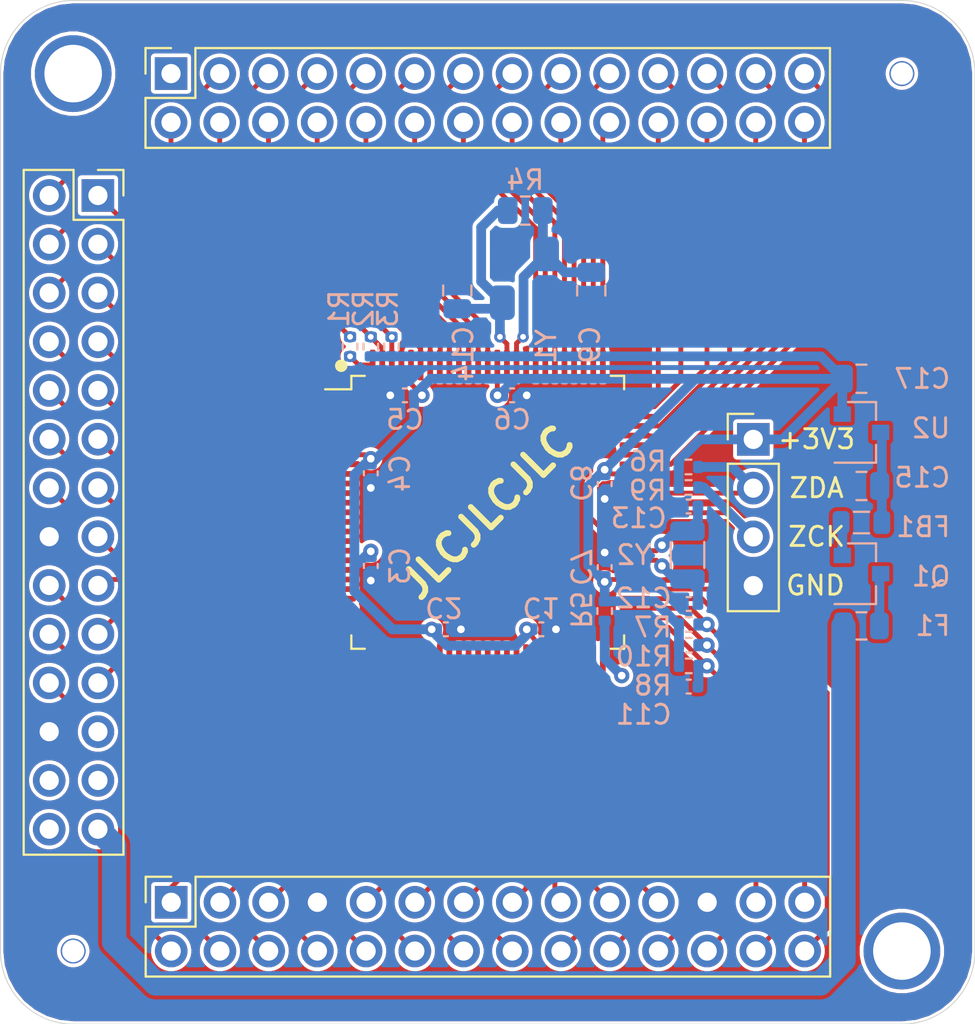
<source format=kicad_pcb>
(kicad_pcb (version 20171130) (host pcbnew "(5.1.9)-1")
  (layers (0 F.Cu signal) (31 B.Cu signal) (34 B.Paste user) (35 F.Paste user) (36 B.SilkS user) (37 F.SilkS user) (38 B.Mask user) (39 F.Mask user hide) (44 Edge.Cuts user))
  (net 0 "")
  (net 1 A23)
  (net 2 A22)
  (net 3 A21)
  (net 4 A20)
  (net 5 A19)
  (net 6 A18)
  (net 7 A17)
  (net 8 A16)
  (net 9 A15)
  (net 10 A14)
  (net 11 A13)
  (net 12 A12)
  (net 13 A11)
  (net 14 A10)
  (net 15 A9)
  (net 16 A8)
  (net 17 A7)
  (net 18 A6)
  (net 19 A5)
  (net 20 A4)
  (net 21 A3)
  (net 22 A2)
  (net 23 A1)
  (net 24 A0)
  (net 25 D0)
  (net 26 D1)
  (net 27 D2)
  (net 28 D3)
  (net 29 D4)
  (net 30 D5)
  (net 31 D6)
  (net 32 D7)
  (net 33 -CS0)
  (net 34 -CS1)
  (net 35 -CS2)
  (net 36 -CS3)
  (net 37 -IORQ)
  (net 38 -MREQ)
  (net 39 -RD)
  (net 40 -WR)
  (net 41 -INSTRD)
  (net 42 -WAIT)
  (net 43 -RESET)
  (net 44 -NMI)
  (net 45 -BUSREQ)
  (net 46 -BUSACK)
  (net 47 -HALT_SLP)
  (net 48 PC7)
  (net 49 PC6)
  (net 50 PC5)
  (net 51 PC4)
  (net 52 PC3)
  (net 53 PC2)
  (net 54 PC1)
  (net 55 PC0)
  (net 56 PD7)
  (net 57 PD6)
  (net 58 PD5)
  (net 59 PD4)
  (net 60 PD3)
  (net 61 PD2)
  (net 62 PD1)
  (net 63 PD0)
  (net 64 SDA)
  (net 65 SCL)
  (net 66 PB0)
  (net 67 PB1)
  (net 68 PB2)
  (net 69 PB3)
  (net 70 PB4)
  (net 71 PB5)
  (net 72 PB6)
  (net 73 PB7)
  (net 74 PHI)
  (net 75 ZDA)
  (net 76 ZCK)
  (net 77 XIN)
  (net 78 RTC_XIN)
  (net 79 RTC_XOUT)
  (net 80 GND)
  (net 81 "Net-(R1-Pad2)")
  (net 82 XOUT)
  (net 83 "Net-(F1-Pad1)")
  (net 84 "Net-(FB1-Pad2)")
  (net 85 +5V)
  (net 86 +3V3)
  (net 87 "Net-(C15-Pad1)")
  (module eZ80SBCrev0:SMD-5032-4P (layer B.Cu) (at 234.276665 136.073117 270)
    (fp_text reference Y1 (at 3.556 -1.143 270) (layer B.SilkS) (effects (justify mirror)))
    (fp_text value 25MHz)
    (pad 2 smd roundrect (at 1.27 -1.157 270) (size 1.8 1.3) (layers B.Cu B.Paste B.Mask) (net 80 GND))
    (pad 1 smd roundrect (at -1.27 -1.157 270) (size 1.8 1.3) (layers B.Cu B.Paste B.Mask) (net 77 XIN))
    (pad 3 smd roundrect (at 1.27 1.143 270) (size 1.8 1.3) (layers B.Cu B.Paste B.Mask) (net 82 XOUT))
    (pad 4 smd roundrect (at -1.27 1.143 270) (size 1.8 1.3) (layers B.Cu B.Paste B.Mask) (net 80 GND))
  )
  (module Connector_PinHeader_2.54mm:PinHeader_1x04_P2.54mm_Vertical (layer F.Cu) (at 246.214665 144.465117)
    (fp_text reference J4 hide)
    (fp_text value ZDI hide)
    (pad 4 thru_hole oval (at 0 7.62) (size 1.7 1.7) (drill 1) (layers *.Cu *.Mask) (net 80 GND))
    (pad 3 thru_hole oval (at 0 5.08) (size 1.7 1.7) (drill 1) (layers *.Cu *.Mask) (net 76 ZCK))
    (pad 2 thru_hole oval (at 0 2.54) (size 1.7 1.7) (drill 1) (layers *.Cu *.Mask) (net 75 ZDA))
    (pad 1 thru_hole rect (at 0 0) (size 1.7 1.7) (drill 1) (layers *.Cu *.Mask) (net 86 +3V3))
  )
  (module Inductor_SMD:L_0805_2012Metric (layer B.Cu) (at 251.853465 148.798517 180)
    (fp_text reference FB1 (at -3.218038 -0.23368) (layer B.SilkS) (effects (justify mirror)))
    (fp_text value "600Ω @ 100MHz")
    (pad 2 smd roundrect (at 1.0625 0 180) (size 0.875 1.2) (layers B.Cu B.Paste B.Mask) (net 84 "Net-(FB1-Pad2)"))
    (pad 1 smd roundrect (at -1.0625 0 180) (size 0.875 1.2) (layers B.Cu B.Paste B.Mask) (net 87 "Net-(C15-Pad1)"))
  )
  (module Fuse:Fuse_0805_2012Metric (layer B.Cu) (at 251.853465 154.183317 180)
    (fp_text reference F1 (at -3.718038 0) (layer B.SilkS) (effects (justify mirror)))
    (fp_text value Polyfuse_Small)
    (pad 1 smd roundrect (at -0.9375 0 180) (size 0.975 1.4) (layers B.Cu B.Paste B.Mask) (net 83 "Net-(F1-Pad1)"))
    (pad 2 smd roundrect (at 0.9375 0 180) (size 0.975 1.4) (layers B.Cu B.Paste B.Mask) (net 85 +5V))
  )
  (module Capacitor_SMD:C_0805_2012Metric (layer B.Cu) (at 251.853465 141.305517)
    (fp_text reference C17 (at 3.170419 0) (layer B.SilkS) (effects (justify mirror)))
    (fp_text value 1uF)
    (pad 1 smd roundrect (at -0.95 0) (size 1 1.45) (layers B.Cu B.Paste B.Mask) (net 86 +3V3))
    (pad 2 smd roundrect (at 0.95 0) (size 1 1.45) (layers B.Cu B.Paste B.Mask) (net 80 GND))
  )
  (module Capacitor_SMD:C_0805_2012Metric (layer B.Cu) (at 251.853465 146.893517 180)
    (fp_text reference C15 (at -3.170419 0.43688) (layer B.SilkS) (effects (justify mirror)))
    (fp_text value 1uF)
    (pad 1 smd roundrect (at -0.95 0 180) (size 1 1.45) (layers B.Cu B.Paste B.Mask) (net 87 "Net-(C15-Pad1)"))
    (pad 2 smd roundrect (at 0.95 0 180) (size 1 1.45) (layers B.Cu B.Paste B.Mask) (net 80 GND))
  )
  (module Package_TO_SOT_SMD:SOT-23 (layer B.Cu) (at 251.853465 151.465517)
    (fp_text reference Q1 (at 3.6228 0.14224) (layer B.SilkS) (effects (justify mirror)))
    (fp_text value AO3401A)
    (pad 1 smd rect (at -1 0.95) (size 0.9 0.8) (layers B.Cu B.Paste B.Mask) (net 80 GND))
    (pad 2 smd rect (at -1 -0.95) (size 0.9 0.8) (layers B.Cu B.Paste B.Mask) (net 84 "Net-(FB1-Pad2)"))
    (pad 3 smd rect (at 1 0) (size 0.9 0.8) (layers B.Cu B.Paste B.Mask) (net 83 "Net-(F1-Pad1)"))
  )
  (module Package_TO_SOT_SMD:SOT-23 (layer B.Cu) (at 251.853465 144.099517)
    (fp_text reference U2 (at 3.6228 -0.21844) (layer B.SilkS) (effects (justify mirror)))
    (fp_text value XC6206)
    (pad 1 smd rect (at -1 0.95) (size 0.9 0.8) (layers B.Cu B.Paste B.Mask) (net 80 GND))
    (pad 2 smd rect (at -1 -0.95) (size 0.9 0.8) (layers B.Cu B.Paste B.Mask) (net 86 +3V3))
    (pad 3 smd rect (at 1 0) (size 0.9 0.8) (layers B.Cu B.Paste B.Mask) (net 87 "Net-(C15-Pad1)"))
  )
  (module Resistor_SMD:R_0402_1005Metric (layer B.Cu) (at 242.849165 155.186617)
    (fp_text reference R10 (at -2.3495 0.587372) (layer B.SilkS) (effects (justify mirror)))
    (fp_text value 10K)
    (pad 1 smd roundrect (at -0.51 0) (size 0.54 0.64) (layers B.Cu B.Paste B.Mask) (net 86 +3V3))
    (pad 2 smd roundrect (at 0.51 0) (size 0.54 0.64) (layers B.Cu B.Paste B.Mask) (net 44 -NMI))
  )
  (module Resistor_SMD:R_0402_1005Metric (layer B.Cu) (at 242.849165 154.107117)
    (fp_text reference R7 (at -1.87331 0.15081) (layer B.SilkS) (effects (justify mirror)))
    (fp_text value 10K)
    (pad 1 smd roundrect (at -0.51 0) (size 0.54 0.64) (layers B.Cu B.Paste B.Mask) (net 86 +3V3))
    (pad 2 smd roundrect (at 0.51 0) (size 0.54 0.64) (layers B.Cu B.Paste B.Mask) (net 45 -BUSREQ))
  )
  (module Resistor_SMD:R_0402_1005Metric (layer B.Cu) (at 242.836465 146.969717)
    (fp_text reference R9 (at -2.12731 0.157162) (layer B.SilkS) (effects (justify mirror)))
    (fp_text value 10K)
    (pad 2 smd roundrect (at 0.51 0) (size 0.54 0.64) (layers B.Cu B.Paste B.Mask) (net 76 ZCK))
    (pad 1 smd roundrect (at -0.51 0) (size 0.54 0.64) (layers B.Cu B.Paste B.Mask) (net 86 +3V3))
  )
  (module Resistor_SMD:R_0402_1005Metric (layer B.Cu) (at 242.836465 145.902917)
    (fp_text reference R6 (at -2.12731 -0.2921) (layer B.SilkS) (effects (justify mirror)))
    (fp_text value 10K)
    (pad 2 smd roundrect (at 0.51 0) (size 0.54 0.64) (layers B.Cu B.Paste B.Mask) (net 75 ZDA))
    (pad 1 smd roundrect (at -0.51 0) (size 0.54 0.64) (layers B.Cu B.Paste B.Mask) (net 86 +3V3))
  )
  (module Package_QFP:LQFP-100_14x14mm_P0.5mm (layer F.Cu) (at 232.371665 148.265117)
    (fp_text reference U1 hide)
    (fp_text value EZ80F92AZ020SG hide)
    (pad 100 smd roundrect (at -6 -7.675) (size 0.3 1.6) (layers F.Cu F.Paste F.Mask) (net 81 "Net-(R1-Pad2)"))
    (pad 99 smd roundrect (at -5.5 -7.675) (size 0.3 1.6) (layers F.Cu F.Paste F.Mask) (net 65 SCL))
    (pad 98 smd roundrect (at -5 -7.675) (size 0.3 1.6) (layers F.Cu F.Paste F.Mask) (net 64 SDA))
    (pad 97 smd roundrect (at -4.5 -7.675) (size 0.3 1.6) (layers F.Cu F.Paste F.Mask) (net 80 GND))
    (pad 96 smd roundrect (at -4 -7.675) (size 0.3 1.6) (layers F.Cu F.Paste F.Mask) (net 86 +3V3))
    (pad 95 smd roundrect (at -3.5 -7.675) (size 0.3 1.6) (layers F.Cu F.Paste F.Mask) (net 73 PB7))
    (pad 94 smd roundrect (at -3 -7.675) (size 0.3 1.6) (layers F.Cu F.Paste F.Mask) (net 72 PB6))
    (pad 93 smd roundrect (at -2.5 -7.675) (size 0.3 1.6) (layers F.Cu F.Paste F.Mask) (net 71 PB5))
    (pad 92 smd roundrect (at -2 -7.675) (size 0.3 1.6) (layers F.Cu F.Paste F.Mask) (net 70 PB4))
    (pad 91 smd roundrect (at -1.5 -7.675) (size 0.3 1.6) (layers F.Cu F.Paste F.Mask) (net 69 PB3))
    (pad 90 smd roundrect (at -1 -7.675) (size 0.3 1.6) (layers F.Cu F.Paste F.Mask) (net 68 PB2))
    (pad 89 smd roundrect (at -0.5 -7.675) (size 0.3 1.6) (layers F.Cu F.Paste F.Mask) (net 67 PB1))
    (pad 88 smd roundrect (at 0 -7.675) (size 0.3 1.6) (layers F.Cu F.Paste F.Mask) (net 66 PB0))
    (pad 87 smd roundrect (at 0.5 -7.675) (size 0.3 1.6) (layers F.Cu F.Paste F.Mask) (net 86 +3V3))
    (pad 86 smd roundrect (at 1 -7.675) (size 0.3 1.6) (layers F.Cu F.Paste F.Mask) (net 82 XOUT))
    (pad 85 smd roundrect (at 1.5 -7.675) (size 0.3 1.6) (layers F.Cu F.Paste F.Mask) (net 77 XIN))
    (pad 84 smd roundrect (at 2 -7.675) (size 0.3 1.6) (layers F.Cu F.Paste F.Mask) (net 80 GND))
    (pad 83 smd roundrect (at 2.5 -7.675) (size 0.3 1.6) (layers F.Cu F.Paste F.Mask) (net 48 PC7))
    (pad 82 smd roundrect (at 3 -7.675) (size 0.3 1.6) (layers F.Cu F.Paste F.Mask) (net 49 PC6))
    (pad 81 smd roundrect (at 3.5 -7.675) (size 0.3 1.6) (layers F.Cu F.Paste F.Mask) (net 50 PC5))
    (pad 80 smd roundrect (at 4 -7.675) (size 0.3 1.6) (layers F.Cu F.Paste F.Mask) (net 51 PC4))
    (pad 79 smd roundrect (at 4.5 -7.675) (size 0.3 1.6) (layers F.Cu F.Paste F.Mask) (net 52 PC3))
    (pad 78 smd roundrect (at 5 -7.675) (size 0.3 1.6) (layers F.Cu F.Paste F.Mask) (net 53 PC2))
    (pad 77 smd roundrect (at 5.5 -7.675) (size 0.3 1.6) (layers F.Cu F.Paste F.Mask) (net 54 PC1))
    (pad 76 smd roundrect (at 6 -7.675) (size 0.3 1.6) (layers F.Cu F.Paste F.Mask) (net 55 PC0))
    (pad 75 smd roundrect (at 7.675 -6) (size 1.6 0.3) (layers F.Cu F.Paste F.Mask) (net 56 PD7))
    (pad 74 smd roundrect (at 7.675 -5.5) (size 1.6 0.3) (layers F.Cu F.Paste F.Mask) (net 57 PD6))
    (pad 73 smd roundrect (at 7.675 -5) (size 1.6 0.3) (layers F.Cu F.Paste F.Mask) (net 58 PD5))
    (pad 72 smd roundrect (at 7.675 -4.5) (size 1.6 0.3) (layers F.Cu F.Paste F.Mask) (net 59 PD4))
    (pad 71 smd roundrect (at 7.675 -4) (size 1.6 0.3) (layers F.Cu F.Paste F.Mask) (net 60 PD3))
    (pad 70 smd roundrect (at 7.675 -3.5) (size 1.6 0.3) (layers F.Cu F.Paste F.Mask) (net 61 PD2))
    (pad 69 smd roundrect (at 7.675 -3) (size 1.6 0.3) (layers F.Cu F.Paste F.Mask) (net 62 PD1))
    (pad 68 smd roundrect (at 7.675 -2.5) (size 1.6 0.3) (layers F.Cu F.Paste F.Mask) (net 63 PD0))
    (pad 67 smd roundrect (at 7.675 -2) (size 1.6 0.3) (layers F.Cu F.Paste F.Mask) (net 86 +3V3))
    (pad 66 smd roundrect (at 7.675 -1.5) (size 1.6 0.3) (layers F.Cu F.Paste F.Mask))
    (pad 65 smd roundrect (at 7.675 -1) (size 1.6 0.3) (layers F.Cu F.Paste F.Mask) (net 75 ZDA))
    (pad 64 smd roundrect (at 7.675 -0.5) (size 1.6 0.3) (layers F.Cu F.Paste F.Mask) (net 80 GND))
    (pad 63 smd roundrect (at 7.675 0) (size 1.6 0.3) (layers F.Cu F.Paste F.Mask) (net 76 ZCK))
    (pad 62 smd roundrect (at 7.675 0.5) (size 1.6 0.3) (layers F.Cu F.Paste F.Mask) (net 80 GND))
    (pad 61 smd roundrect (at 7.675 1) (size 1.6 0.3) (layers F.Cu F.Paste F.Mask) (net 80 GND))
    (pad 60 smd roundrect (at 7.675 1.5) (size 1.6 0.3) (layers F.Cu F.Paste F.Mask) (net 86 +3V3))
    (pad 59 smd roundrect (at 7.675 2) (size 1.6 0.3) (layers F.Cu F.Paste F.Mask) (net 79 RTC_XOUT))
    (pad 58 smd roundrect (at 7.675 2.5) (size 1.6 0.3) (layers F.Cu F.Paste F.Mask) (net 78 RTC_XIN))
    (pad 57 smd roundrect (at 7.675 3) (size 1.6 0.3) (layers F.Cu F.Paste F.Mask) (net 80 GND))
    (pad 56 smd roundrect (at 7.675 3.5) (size 1.6 0.3) (layers F.Cu F.Paste F.Mask) (net 86 +3V3))
    (pad 55 smd roundrect (at 7.675 4) (size 1.6 0.3) (layers F.Cu F.Paste F.Mask) (net 47 -HALT_SLP))
    (pad 54 smd roundrect (at 7.675 4.5) (size 1.6 0.3) (layers F.Cu F.Paste F.Mask) (net 46 -BUSACK))
    (pad 53 smd roundrect (at 7.675 5) (size 1.6 0.3) (layers F.Cu F.Paste F.Mask) (net 45 -BUSREQ))
    (pad 52 smd roundrect (at 7.675 5.5) (size 1.6 0.3) (layers F.Cu F.Paste F.Mask) (net 44 -NMI))
    (pad 51 smd roundrect (at 7.675 6) (size 1.6 0.3) (layers F.Cu F.Paste F.Mask) (net 43 -RESET))
    (pad 50 smd roundrect (at 6 7.675) (size 0.3 1.6) (layers F.Cu F.Paste F.Mask) (net 42 -WAIT))
    (pad 49 smd roundrect (at 5.5 7.675) (size 0.3 1.6) (layers F.Cu F.Paste F.Mask) (net 41 -INSTRD))
    (pad 48 smd roundrect (at 5 7.675) (size 0.3 1.6) (layers F.Cu F.Paste F.Mask) (net 40 -WR))
    (pad 47 smd roundrect (at 4.5 7.675) (size 0.3 1.6) (layers F.Cu F.Paste F.Mask) (net 39 -RD))
    (pad 46 smd roundrect (at 4 7.675) (size 0.3 1.6) (layers F.Cu F.Paste F.Mask) (net 38 -MREQ))
    (pad 45 smd roundrect (at 3.5 7.675) (size 0.3 1.6) (layers F.Cu F.Paste F.Mask) (net 37 -IORQ))
    (pad 44 smd roundrect (at 3 7.675) (size 0.3 1.6) (layers F.Cu F.Paste F.Mask) (net 80 GND))
    (pad 43 smd roundrect (at 2.5 7.675) (size 0.3 1.6) (layers F.Cu F.Paste F.Mask) (net 86 +3V3))
    (pad 42 smd roundrect (at 2 7.675) (size 0.3 1.6) (layers F.Cu F.Paste F.Mask) (net 32 D7))
    (pad 41 smd roundrect (at 1.5 7.675) (size 0.3 1.6) (layers F.Cu F.Paste F.Mask) (net 31 D6))
    (pad 40 smd roundrect (at 1 7.675) (size 0.3 1.6) (layers F.Cu F.Paste F.Mask) (net 30 D5))
    (pad 39 smd roundrect (at 0.5 7.675) (size 0.3 1.6) (layers F.Cu F.Paste F.Mask) (net 29 D4))
    (pad 38 smd roundrect (at 0 7.675) (size 0.3 1.6) (layers F.Cu F.Paste F.Mask) (net 28 D3))
    (pad 37 smd roundrect (at -0.5 7.675) (size 0.3 1.6) (layers F.Cu F.Paste F.Mask) (net 27 D2))
    (pad 36 smd roundrect (at -1 7.675) (size 0.3 1.6) (layers F.Cu F.Paste F.Mask) (net 26 D1))
    (pad 35 smd roundrect (at -1.5 7.675) (size 0.3 1.6) (layers F.Cu F.Paste F.Mask) (net 25 D0))
    (pad 34 smd roundrect (at -2 7.675) (size 0.3 1.6) (layers F.Cu F.Paste F.Mask) (net 80 GND))
    (pad 33 smd roundrect (at -2.5 7.675) (size 0.3 1.6) (layers F.Cu F.Paste F.Mask) (net 86 +3V3))
    (pad 32 smd roundrect (at -3 7.675) (size 0.3 1.6) (layers F.Cu F.Paste F.Mask) (net 36 -CS3))
    (pad 31 smd roundrect (at -3.5 7.675) (size 0.3 1.6) (layers F.Cu F.Paste F.Mask) (net 35 -CS2))
    (pad 30 smd roundrect (at -4 7.675) (size 0.3 1.6) (layers F.Cu F.Paste F.Mask) (net 34 -CS1))
    (pad 29 smd roundrect (at -4.5 7.675) (size 0.3 1.6) (layers F.Cu F.Paste F.Mask) (net 33 -CS0))
    (pad 28 smd roundrect (at -5 7.675) (size 0.3 1.6) (layers F.Cu F.Paste F.Mask) (net 1 A23))
    (pad 27 smd roundrect (at -5.5 7.675) (size 0.3 1.6) (layers F.Cu F.Paste F.Mask) (net 2 A22))
    (pad 26 smd roundrect (at -6 7.675) (size 0.3 1.6) (layers F.Cu F.Paste F.Mask) (net 3 A21))
    (pad 25 smd roundrect (at -7.675 6) (size 1.6 0.3) (layers F.Cu F.Paste F.Mask) (net 4 A20))
    (pad 24 smd roundrect (at -7.675 5.5) (size 1.6 0.3) (layers F.Cu F.Paste F.Mask) (net 5 A19))
    (pad 23 smd roundrect (at -7.675 5) (size 1.6 0.3) (layers F.Cu F.Paste F.Mask) (net 6 A18))
    (pad 22 smd roundrect (at -7.675 4.5) (size 1.6 0.3) (layers F.Cu F.Paste F.Mask) (net 7 A17))
    (pad 21 smd roundrect (at -7.675 4) (size 1.6 0.3) (layers F.Cu F.Paste F.Mask) (net 8 A16))
    (pad 20 smd roundrect (at -7.675 3.5) (size 1.6 0.3) (layers F.Cu F.Paste F.Mask) (net 9 A15))
    (pad 19 smd roundrect (at -7.675 3) (size 1.6 0.3) (layers F.Cu F.Paste F.Mask) (net 80 GND))
    (pad 18 smd roundrect (at -7.675 2.5) (size 1.6 0.3) (layers F.Cu F.Paste F.Mask) (net 86 +3V3))
    (pad 17 smd roundrect (at -7.675 2) (size 1.6 0.3) (layers F.Cu F.Paste F.Mask) (net 10 A14))
    (pad 16 smd roundrect (at -7.675 1.5) (size 1.6 0.3) (layers F.Cu F.Paste F.Mask) (net 11 A13))
    (pad 15 smd roundrect (at -7.675 1) (size 1.6 0.3) (layers F.Cu F.Paste F.Mask) (net 12 A12))
    (pad 14 smd roundrect (at -7.675 0.5) (size 1.6 0.3) (layers F.Cu F.Paste F.Mask) (net 13 A11))
    (pad 13 smd roundrect (at -7.675 0) (size 1.6 0.3) (layers F.Cu F.Paste F.Mask) (net 14 A10))
    (pad 12 smd roundrect (at -7.675 -0.5) (size 1.6 0.3) (layers F.Cu F.Paste F.Mask) (net 15 A9))
    (pad 11 smd roundrect (at -7.675 -1) (size 1.6 0.3) (layers F.Cu F.Paste F.Mask) (net 16 A8))
    (pad 10 smd roundrect (at -7.675 -1.5) (size 1.6 0.3) (layers F.Cu F.Paste F.Mask) (net 17 A7))
    (pad 9 smd roundrect (at -7.675 -2) (size 1.6 0.3) (layers F.Cu F.Paste F.Mask) (net 18 A6))
    (pad 8 smd roundrect (at -7.675 -2.5) (size 1.6 0.3) (layers F.Cu F.Paste F.Mask) (net 80 GND))
    (pad 7 smd roundrect (at -7.675 -3) (size 1.6 0.3) (layers F.Cu F.Paste F.Mask) (net 86 +3V3))
    (pad 6 smd roundrect (at -7.675 -3.5) (size 1.6 0.3) (layers F.Cu F.Paste F.Mask) (net 19 A5))
    (pad 5 smd roundrect (at -7.675 -4) (size 1.6 0.3) (layers F.Cu F.Paste F.Mask) (net 20 A4))
    (pad 4 smd roundrect (at -7.675 -4.5) (size 1.6 0.3) (layers F.Cu F.Paste F.Mask) (net 21 A3))
    (pad 3 smd roundrect (at -7.675 -5) (size 1.6 0.3) (layers F.Cu F.Paste F.Mask) (net 22 A2))
    (pad 2 smd roundrect (at -7.675 -5.5) (size 1.6 0.3) (layers F.Cu F.Paste F.Mask) (net 23 A1))
    (pad 1 smd roundrect (at -7.675 -6) (size 1.6 0.3) (layers F.Cu F.Paste F.Mask) (net 24 A0))
  )
  (module Capacitor_SMD:C_0402_1005Metric (layer B.Cu) (at 238.467665 146.791917 270)
    (fp_text reference C8 (at -0.0508 1.27 270 unlocked) (layer B.SilkS) (effects (justify mirror)))
    (fp_text value 100n)
    (pad 1 smd roundrect (at -0.48 0 270) (size 0.56 0.62) (layers B.Cu B.Paste B.Mask) (net 86 +3V3))
    (pad 2 smd roundrect (at 0.48 0 270) (size 0.56 0.62) (layers B.Cu B.Paste B.Mask) (net 80 GND))
  )
  (module Capacitor_SMD:C_0402_1005Metric (layer B.Cu) (at 238.467665 151.122617 90)
    (fp_text reference C7 (at 0 -1.27 270 unlocked) (layer B.SilkS) (effects (justify mirror)))
    (fp_text value 100n)
    (pad 1 smd roundrect (at -0.48 0 90) (size 0.56 0.62) (layers B.Cu B.Paste B.Mask) (net 86 +3V3))
    (pad 2 smd roundrect (at 0.48 0 90) (size 0.56 0.62) (layers B.Cu B.Paste B.Mask) (net 80 GND))
  )
  (module Capacitor_SMD:C_0402_1005Metric (layer B.Cu) (at 233.641665 142.169117)
    (fp_text reference C6 (at 0 1.27) (layer B.SilkS) (effects (justify mirror)))
    (fp_text value 100n)
    (pad 1 smd roundrect (at -0.48 0) (size 0.56 0.62) (layers B.Cu B.Paste B.Mask) (net 86 +3V3))
    (pad 2 smd roundrect (at 0.48 0) (size 0.56 0.62) (layers B.Cu B.Paste B.Mask) (net 80 GND))
  )
  (module Capacitor_SMD:C_0402_1005Metric (layer B.Cu) (at 228.053665 142.169117 180)
    (fp_text reference C5 (at 0 -1.27) (layer B.SilkS) (effects (justify mirror)))
    (fp_text value 100n)
    (pad 1 smd roundrect (at -0.48 0 180) (size 0.56 0.62) (layers B.Cu B.Paste B.Mask) (net 86 +3V3))
    (pad 2 smd roundrect (at 0.48 0 180) (size 0.56 0.62) (layers B.Cu B.Paste B.Mask) (net 80 GND))
  )
  (module Capacitor_SMD:C_0402_1005Metric (layer B.Cu) (at 226.275665 146.233117 270)
    (fp_text reference C4 (at 0 -1.524 270) (layer B.SilkS) (effects (justify mirror)))
    (fp_text value 100n)
    (pad 1 smd roundrect (at -0.48 0 270) (size 0.56 0.62) (layers B.Cu B.Paste B.Mask) (net 86 +3V3))
    (pad 2 smd roundrect (at 0.48 0 270) (size 0.56 0.62) (layers B.Cu B.Paste B.Mask) (net 80 GND))
  )
  (module Capacitor_SMD:C_0402_1005Metric (layer B.Cu) (at 226.275665 151.059117 270)
    (fp_text reference C3 (at 0 -1.524 90) (layer B.SilkS) (effects (justify mirror)))
    (fp_text value 100n)
    (pad 1 smd roundrect (at -0.48 0 270) (size 0.56 0.62) (layers B.Cu B.Paste B.Mask) (net 86 +3V3))
    (pad 2 smd roundrect (at 0.48 0 270) (size 0.56 0.62) (layers B.Cu B.Paste B.Mask) (net 80 GND))
  )
  (module Capacitor_SMD:C_0402_1005Metric (layer B.Cu) (at 230.187265 154.361117)
    (fp_text reference C2 (at -0.1016 -1.143 180 unlocked) (layer B.SilkS) (effects (justify mirror)))
    (fp_text value 100n)
    (pad 1 smd roundrect (at -0.48 0) (size 0.56 0.62) (layers B.Cu B.Paste B.Mask) (net 86 +3V3))
    (pad 2 smd roundrect (at 0.48 0) (size 0.56 0.62) (layers B.Cu B.Paste B.Mask) (net 80 GND))
  )
  (module Capacitor_SMD:C_0402_1005Metric (layer B.Cu) (at 235.165665 154.361117)
    (fp_text reference C1 (at 0 -1.143 180 unlocked) (layer B.SilkS) (effects (justify mirror)))
    (fp_text value 100n)
    (pad 1 smd roundrect (at -0.48 0) (size 0.56 0.62) (layers B.Cu B.Paste B.Mask) (net 86 +3V3))
    (pad 2 smd roundrect (at 0.48 0) (size 0.56 0.62) (layers B.Cu B.Paste B.Mask) (net 80 GND))
  )
  (module Capacitor_SMD:C_0402_1005Metric (layer B.Cu) (at 242.849165 157.345617 180)
    (fp_text reference C11 (at 2.3495 -1.460496) (layer B.SilkS) (effects (justify mirror)))
    (fp_text value 10uF)
    (pad 1 smd roundrect (at -0.48 0 180) (size 0.56 0.62) (layers B.Cu B.Paste B.Mask) (net 43 -RESET))
    (pad 2 smd roundrect (at 0.48 0 180) (size 0.56 0.62) (layers B.Cu B.Paste B.Mask) (net 80 GND))
  )
  (module Resistor_SMD:R_0402_1005Metric (layer B.Cu) (at 242.849165 156.266117)
    (fp_text reference R8 (at -1.87331 1.023934) (layer B.SilkS) (effects (justify mirror)))
    (fp_text value 10K)
    (pad 1 smd roundrect (at -0.51 0) (size 0.54 0.64) (layers B.Cu B.Paste B.Mask) (net 86 +3V3))
    (pad 2 smd roundrect (at 0.51 0) (size 0.54 0.64) (layers B.Cu B.Paste B.Mask) (net 43 -RESET))
  )
  (module Resistor_SMD:R_0402_1005Metric (layer B.Cu) (at 238.467665 153.408617 270)
    (fp_text reference R5 (at -0.0635 1.27 270 unlocked) (layer B.SilkS) (effects (justify mirror)))
    (fp_text value 10K)
    (pad 2 smd roundrect (at 0.51 0 270) (size 0.54 0.64) (layers B.Cu B.Paste B.Mask) (net 42 -WAIT))
    (pad 1 smd roundrect (at -0.51 0 270) (size 0.54 0.64) (layers B.Cu B.Paste B.Mask) (net 86 +3V3))
  )
  (module Resistor_SMD:R_0402_1005Metric (layer B.Cu) (at 227.355165 139.629117 90)
    (fp_text reference R3 (at 1.9685 -0.1905 90) (layer B.SilkS) (effects (justify mirror)))
    (fp_text value 5K1)
    (pad 1 smd roundrect (at -0.51 0 90) (size 0.54 0.64) (layers B.Cu B.Paste B.Mask) (net 86 +3V3))
    (pad 2 smd roundrect (at 0.51 0 90) (size 0.54 0.64) (layers B.Cu B.Paste B.Mask) (net 64 SDA))
  )
  (module Resistor_SMD:R_0402_1005Metric (layer B.Cu) (at 226.275665 139.629117 90)
    (fp_text reference R2 (at 1.9685 -0.381 90) (layer B.SilkS) (effects (justify mirror)))
    (fp_text value 5K1)
    (pad 2 smd roundrect (at 0.51 0 90) (size 0.54 0.64) (layers B.Cu B.Paste B.Mask) (net 65 SCL))
    (pad 1 smd roundrect (at -0.51 0 90) (size 0.54 0.64) (layers B.Cu B.Paste B.Mask) (net 86 +3V3))
  )
  (module Resistor_SMD:R_0402_1005Metric (layer B.Cu) (at 225.196165 139.629117 270)
    (fp_text reference R1 (at -1.9685 0.5715 90) (layer B.SilkS) (effects (justify mirror)))
    (fp_text value 33.2)
    (pad 2 smd roundrect (at 0.51 0 270) (size 0.54 0.64) (layers B.Cu B.Paste B.Mask) (net 81 "Net-(R1-Pad2)"))
    (pad 1 smd roundrect (at -0.51 0 270) (size 0.54 0.64) (layers B.Cu B.Paste B.Mask) (net 74 PHI))
  )
  (module Crystal:Crystal_SMD_3215-2Pin_3.2x1.5mm (layer B.Cu) (at 242.785665 150.487617 270)
    (fp_text reference Y2 (at 0 2.794 180) (layer B.SilkS) (effects (justify mirror)))
    (fp_text value 32.7680kHz)
    (pad 2 smd roundrect (at -1.25 0 270) (size 1 1.8) (layers B.Cu B.Paste B.Mask) (net 79 RTC_XOUT))
    (pad 1 smd roundrect (at 1.25 0 270) (size 1 1.8) (layers B.Cu B.Paste B.Mask) (net 78 RTC_XIN))
  )
  (module Capacitor_SMD:C_0402_1005Metric (layer B.Cu) (at 242.849165 147.960317 180)
    (fp_text reference C13 (at 2.6035 -0.606424) (layer B.SilkS) (effects (justify mirror)))
    (fp_text value 18pF)
    (pad 2 smd roundrect (at 0.48 0 180) (size 0.56 0.62) (layers B.Cu B.Paste B.Mask) (net 80 GND))
    (pad 1 smd roundrect (at -0.48 0 180) (size 0.56 0.62) (layers B.Cu B.Paste B.Mask) (net 79 RTC_XOUT))
  )
  (module Capacitor_SMD:C_0402_1005Metric (layer B.Cu) (at 242.849165 153.040317 180)
    (fp_text reference C12 (at 2.3495 0.298452) (layer B.SilkS) (effects (justify mirror)))
    (fp_text value 18pF)
    (pad 1 smd roundrect (at -0.48 0 180) (size 0.56 0.62) (layers B.Cu B.Paste B.Mask) (net 78 RTC_XIN))
    (pad 2 smd roundrect (at 0.48 0 180) (size 0.56 0.62) (layers B.Cu B.Paste B.Mask) (net 80 GND))
  )
  (module Resistor_SMD:R_0805_2012Metric (layer B.Cu) (at 234.327465 132.542517)
    (fp_text reference R4 (at 0 -1.5875 180) (layer B.SilkS) (effects (justify mirror)))
    (fp_text value 100K hide)
    (pad 2 smd roundrect (at 0.9125 0) (size 1.025 1.4) (layers B.Cu B.Paste B.Mask) (roundrect_rratio 0.2439004878048781) (net 77 XIN))
    (pad 1 smd roundrect (at -0.9125 0) (size 1.025 1.4) (layers B.Cu B.Paste B.Mask) (roundrect_rratio 0.2439004878048781) (net 82 XOUT))
  )
  (module Capacitor_SMD:C_0805_2012Metric (layer B.Cu) (at 230.784165 136.708117 90)
    (fp_text reference C14 (at -3.302 0.3175 90) (layer B.SilkS) (effects (justify mirror)))
    (fp_text value 16pF hide)
    (pad 2 smd roundrect (at 0.95 0 90) (size 1 1.45) (layers B.Cu B.Paste B.Mask) (net 80 GND))
    (pad 1 smd roundrect (at -0.95 0 90) (size 1 1.45) (layers B.Cu B.Paste B.Mask) (net 82 XOUT))
  )
  (module Capacitor_SMD:C_0805_2012Metric (layer B.Cu) (at 237.769165 136.708117 270)
    (fp_text reference C9 (at 2.82581 0.0635 270) (layer B.SilkS) (effects (justify mirror)))
    (fp_text value 16pF hide)
    (pad 1 smd roundrect (at -0.95 0 270) (size 1 1.45) (layers B.Cu B.Paste B.Mask) (net 77 XIN))
    (pad 2 smd roundrect (at 0.95 0 270) (size 1 1.45) (layers B.Cu B.Paste B.Mask) (net 80 GND))
  )
  (module MountingHole:MountingHole_2.1mm (layer F.Cu) (at 253.961665 171.125117)
    (fp_text reference H4 hide)
    (fp_text value MountingHole hide)
    (pad "" np_thru_hole circle (at 0 0) (size 4 4) (drill 3) (layers *.Cu *.Mask))
  )
  (module MountingHole:MountingHole_2.1mm (layer F.Cu) (at 210.761665 125.405117)
    (fp_text reference H3 hide)
    (fp_text value MountingHole hide)
    (pad "" np_thru_hole circle (at 0 0) (size 4 4) (drill 3) (layers *.Cu *.Mask))
  )
  (module MountingHole:MountingHole_2.1mm (layer F.Cu) (at 253.961665 125.405117)
    (fp_text reference H2 hide)
    (fp_text value MountingHole hide)
    (pad "" np_thru_hole circle (at 0 0) (size 1.3 1.3) (drill 1.152) (layers *.Cu *.Mask))
  )
  (module MountingHole:MountingHole_2.1mm (layer F.Cu) (at 210.761665 171.125117)
    (fp_text reference H1 hide)
    (fp_text value MountingHole hide)
    (pad "" np_thru_hole circle (at 0 0) (size 1.3 1.3) (drill 1.152) (layers *.Cu *.Mask))
  )
  (module Connector_PinSocket_2.54mm:PinSocket_2x14_P2.54mm_Vertical (layer F.Cu) (at 212.051665 131.755117)
    (fp_text reference J1 hide)
    (fp_text value Conn_02x14_Top_Bottom hide)
    (pad 28 thru_hole oval (at -2.54 33.02) (size 1.7 1.7) (drill 1) (layers *.Cu *.Mask))
    (pad 27 thru_hole oval (at 0 33.02) (size 1.7 1.7) (drill 1) (layers *.Cu *.Mask) (net 85 +5V))
    (pad 26 thru_hole oval (at -2.54 30.48) (size 1.7 1.7) (drill 1) (layers *.Cu *.Mask))
    (pad 25 thru_hole oval (at 0 30.48) (size 1.7 1.7) (drill 1) (layers *.Cu *.Mask))
    (pad 24 thru_hole oval (at -2.54 27.94) (size 1.7 1.7) (drill 1) (layers *.Cu *.Mask) (net 80 GND))
    (pad 23 thru_hole oval (at 0 27.94) (size 1.7 1.7) (drill 1) (layers *.Cu *.Mask))
    (pad 22 thru_hole oval (at -2.54 25.4) (size 1.7 1.7) (drill 1) (layers *.Cu *.Mask) (net 4 A20))
    (pad 21 thru_hole oval (at 0 25.4) (size 1.7 1.7) (drill 1) (layers *.Cu *.Mask) (net 5 A19))
    (pad 20 thru_hole oval (at -2.54 22.86) (size 1.7 1.7) (drill 1) (layers *.Cu *.Mask) (net 6 A18))
    (pad 19 thru_hole oval (at 0 22.86) (size 1.7 1.7) (drill 1) (layers *.Cu *.Mask) (net 7 A17))
    (pad 18 thru_hole oval (at -2.54 20.32) (size 1.7 1.7) (drill 1) (layers *.Cu *.Mask) (net 8 A16))
    (pad 17 thru_hole oval (at 0 20.32) (size 1.7 1.7) (drill 1) (layers *.Cu *.Mask) (net 9 A15))
    (pad 16 thru_hole oval (at -2.54 17.78) (size 1.7 1.7) (drill 1) (layers *.Cu *.Mask) (net 80 GND))
    (pad 15 thru_hole oval (at 0 17.78) (size 1.7 1.7) (drill 1) (layers *.Cu *.Mask) (net 10 A14))
    (pad 14 thru_hole oval (at -2.54 15.24) (size 1.7 1.7) (drill 1) (layers *.Cu *.Mask) (net 11 A13))
    (pad 13 thru_hole oval (at 0 15.24) (size 1.7 1.7) (drill 1) (layers *.Cu *.Mask) (net 12 A12))
    (pad 12 thru_hole oval (at -2.54 12.7) (size 1.7 1.7) (drill 1) (layers *.Cu *.Mask) (net 13 A11))
    (pad 11 thru_hole oval (at 0 12.7) (size 1.7 1.7) (drill 1) (layers *.Cu *.Mask) (net 14 A10))
    (pad 10 thru_hole oval (at -2.54 10.16) (size 1.7 1.7) (drill 1) (layers *.Cu *.Mask) (net 15 A9))
    (pad 9 thru_hole oval (at 0 10.16) (size 1.7 1.7) (drill 1) (layers *.Cu *.Mask) (net 16 A8))
    (pad 8 thru_hole oval (at -2.54 7.62) (size 1.7 1.7) (drill 1) (layers *.Cu *.Mask) (net 17 A7))
    (pad 7 thru_hole oval (at 0 7.62) (size 1.7 1.7) (drill 1) (layers *.Cu *.Mask) (net 18 A6))
    (pad 6 thru_hole oval (at -2.54 5.08) (size 1.7 1.7) (drill 1) (layers *.Cu *.Mask) (net 20 A4))
    (pad 5 thru_hole oval (at 0 5.08) (size 1.7 1.7) (drill 1) (layers *.Cu *.Mask) (net 19 A5))
    (pad 4 thru_hole oval (at -2.54 2.54) (size 1.7 1.7) (drill 1) (layers *.Cu *.Mask) (net 22 A2))
    (pad 3 thru_hole oval (at 0 2.54) (size 1.7 1.7) (drill 1) (layers *.Cu *.Mask) (net 21 A3))
    (pad 2 thru_hole oval (at -2.54 0) (size 1.7 1.7) (drill 1) (layers *.Cu *.Mask) (net 24 A0))
    (pad 1 thru_hole rect (at 0 0) (size 1.7 1.7) (drill 1) (layers *.Cu *.Mask) (net 23 A1))
  )
  (module Connector_PinSocket_2.54mm:PinSocket_2x14_P2.54mm_Vertical (layer F.Cu) (at 215.871665 168.585117 90)
    (fp_text reference J2 hide)
    (fp_text value Conn_02x14_Top_Bottom hide)
    (pad 28 thru_hole oval (at -2.54 33.02 90) (size 1.7 1.7) (drill 1) (layers *.Cu *.Mask) (net 47 -HALT_SLP))
    (pad 27 thru_hole oval (at 0 33.02 90) (size 1.7 1.7) (drill 1) (layers *.Cu *.Mask) (net 46 -BUSACK))
    (pad 26 thru_hole oval (at -2.54 30.48 90) (size 1.7 1.7) (drill 1) (layers *.Cu *.Mask) (net 45 -BUSREQ))
    (pad 25 thru_hole oval (at 0 30.48 90) (size 1.7 1.7) (drill 1) (layers *.Cu *.Mask) (net 44 -NMI))
    (pad 24 thru_hole oval (at -2.54 27.94 90) (size 1.7 1.7) (drill 1) (layers *.Cu *.Mask) (net 43 -RESET))
    (pad 23 thru_hole oval (at 0 27.94 90) (size 1.7 1.7) (drill 1) (layers *.Cu *.Mask) (net 80 GND))
    (pad 22 thru_hole oval (at -2.54 25.4 90) (size 1.7 1.7) (drill 1) (layers *.Cu *.Mask) (net 42 -WAIT))
    (pad 21 thru_hole oval (at 0 25.4 90) (size 1.7 1.7) (drill 1) (layers *.Cu *.Mask) (net 41 -INSTRD))
    (pad 20 thru_hole oval (at -2.54 22.86 90) (size 1.7 1.7) (drill 1) (layers *.Cu *.Mask) (net 40 -WR))
    (pad 19 thru_hole oval (at 0 22.86 90) (size 1.7 1.7) (drill 1) (layers *.Cu *.Mask) (net 39 -RD))
    (pad 18 thru_hole oval (at -2.54 20.32 90) (size 1.7 1.7) (drill 1) (layers *.Cu *.Mask) (net 38 -MREQ))
    (pad 17 thru_hole oval (at 0 20.32 90) (size 1.7 1.7) (drill 1) (layers *.Cu *.Mask) (net 37 -IORQ))
    (pad 16 thru_hole oval (at -2.54 17.78 90) (size 1.7 1.7) (drill 1) (layers *.Cu *.Mask) (net 31 D6))
    (pad 15 thru_hole oval (at 0 17.78 90) (size 1.7 1.7) (drill 1) (layers *.Cu *.Mask) (net 32 D7))
    (pad 14 thru_hole oval (at -2.54 15.24 90) (size 1.7 1.7) (drill 1) (layers *.Cu *.Mask) (net 29 D4))
    (pad 13 thru_hole oval (at 0 15.24 90) (size 1.7 1.7) (drill 1) (layers *.Cu *.Mask) (net 30 D5))
    (pad 12 thru_hole oval (at -2.54 12.7 90) (size 1.7 1.7) (drill 1) (layers *.Cu *.Mask) (net 27 D2))
    (pad 11 thru_hole oval (at 0 12.7 90) (size 1.7 1.7) (drill 1) (layers *.Cu *.Mask) (net 28 D3))
    (pad 10 thru_hole oval (at -2.54 10.16 90) (size 1.7 1.7) (drill 1) (layers *.Cu *.Mask) (net 25 D0))
    (pad 9 thru_hole oval (at 0 10.16 90) (size 1.7 1.7) (drill 1) (layers *.Cu *.Mask) (net 26 D1))
    (pad 8 thru_hole oval (at -2.54 7.62 90) (size 1.7 1.7) (drill 1) (layers *.Cu *.Mask) (net 36 -CS3))
    (pad 7 thru_hole oval (at 0 7.62 90) (size 1.7 1.7) (drill 1) (layers *.Cu *.Mask) (net 80 GND))
    (pad 6 thru_hole oval (at -2.54 5.08 90) (size 1.7 1.7) (drill 1) (layers *.Cu *.Mask) (net 34 -CS1))
    (pad 5 thru_hole oval (at 0 5.08 90) (size 1.7 1.7) (drill 1) (layers *.Cu *.Mask) (net 35 -CS2))
    (pad 4 thru_hole oval (at -2.54 2.54 90) (size 1.7 1.7) (drill 1) (layers *.Cu *.Mask) (net 1 A23))
    (pad 3 thru_hole oval (at 0 2.54 90) (size 1.7 1.7) (drill 1) (layers *.Cu *.Mask) (net 33 -CS0))
    (pad 2 thru_hole oval (at -2.54 0 90) (size 1.7 1.7) (drill 1) (layers *.Cu *.Mask) (net 3 A21))
    (pad 1 thru_hole rect (at 0 0 90) (size 1.7 1.7) (drill 1) (layers *.Cu *.Mask) (net 2 A22))
  )
  (module Connector_PinSocket_2.54mm:PinSocket_2x14_P2.54mm_Vertical (layer F.Cu) (at 215.861665 125.405117 90)
    (fp_text reference J3 hide)
    (fp_text value Conn_02x14_Top_Bottom hide)
    (pad 1 thru_hole rect (at 0 0 90) (size 1.7 1.7) (drill 1) (layers *.Cu *.Mask))
    (pad 2 thru_hole oval (at -2.54 0 90) (size 1.7 1.7) (drill 1) (layers *.Cu *.Mask) (net 74 PHI))
    (pad 3 thru_hole oval (at 0 2.54 90) (size 1.7 1.7) (drill 1) (layers *.Cu *.Mask) (net 65 SCL))
    (pad 4 thru_hole oval (at -2.54 2.54 90) (size 1.7 1.7) (drill 1) (layers *.Cu *.Mask) (net 64 SDA))
    (pad 5 thru_hole oval (at 0 5.08 90) (size 1.7 1.7) (drill 1) (layers *.Cu *.Mask) (net 73 PB7))
    (pad 6 thru_hole oval (at -2.54 5.08 90) (size 1.7 1.7) (drill 1) (layers *.Cu *.Mask) (net 72 PB6))
    (pad 7 thru_hole oval (at 0 7.62 90) (size 1.7 1.7) (drill 1) (layers *.Cu *.Mask) (net 71 PB5))
    (pad 8 thru_hole oval (at -2.54 7.62 90) (size 1.7 1.7) (drill 1) (layers *.Cu *.Mask) (net 70 PB4))
    (pad 9 thru_hole oval (at 0 10.16 90) (size 1.7 1.7) (drill 1) (layers *.Cu *.Mask) (net 69 PB3))
    (pad 10 thru_hole oval (at -2.54 10.16 90) (size 1.7 1.7) (drill 1) (layers *.Cu *.Mask) (net 68 PB2))
    (pad 11 thru_hole oval (at 0 12.7 90) (size 1.7 1.7) (drill 1) (layers *.Cu *.Mask) (net 67 PB1))
    (pad 12 thru_hole oval (at -2.54 12.7 90) (size 1.7 1.7) (drill 1) (layers *.Cu *.Mask) (net 66 PB0))
    (pad 13 thru_hole oval (at 0 15.24 90) (size 1.7 1.7) (drill 1) (layers *.Cu *.Mask) (net 48 PC7))
    (pad 14 thru_hole oval (at -2.54 15.24 90) (size 1.7 1.7) (drill 1) (layers *.Cu *.Mask) (net 49 PC6))
    (pad 15 thru_hole oval (at 0 17.78 90) (size 1.7 1.7) (drill 1) (layers *.Cu *.Mask) (net 50 PC5))
    (pad 16 thru_hole oval (at -2.54 17.78 90) (size 1.7 1.7) (drill 1) (layers *.Cu *.Mask) (net 51 PC4))
    (pad 17 thru_hole oval (at 0 20.32 90) (size 1.7 1.7) (drill 1) (layers *.Cu *.Mask) (net 52 PC3))
    (pad 18 thru_hole oval (at -2.54 20.32 90) (size 1.7 1.7) (drill 1) (layers *.Cu *.Mask) (net 53 PC2))
    (pad 19 thru_hole oval (at 0 22.86 90) (size 1.7 1.7) (drill 1) (layers *.Cu *.Mask) (net 54 PC1))
    (pad 20 thru_hole oval (at -2.54 22.86 90) (size 1.7 1.7) (drill 1) (layers *.Cu *.Mask) (net 55 PC0))
    (pad 21 thru_hole oval (at 0 25.4 90) (size 1.7 1.7) (drill 1) (layers *.Cu *.Mask) (net 57 PD6))
    (pad 22 thru_hole oval (at -2.54 25.4 90) (size 1.7 1.7) (drill 1) (layers *.Cu *.Mask) (net 56 PD7))
    (pad 23 thru_hole oval (at 0 27.94 90) (size 1.7 1.7) (drill 1) (layers *.Cu *.Mask) (net 59 PD4))
    (pad 24 thru_hole oval (at -2.54 27.94 90) (size 1.7 1.7) (drill 1) (layers *.Cu *.Mask) (net 58 PD5))
    (pad 25 thru_hole oval (at 0 30.48 90) (size 1.7 1.7) (drill 1) (layers *.Cu *.Mask) (net 61 PD2))
    (pad 26 thru_hole oval (at -2.54 30.48 90) (size 1.7 1.7) (drill 1) (layers *.Cu *.Mask) (net 60 PD3))
    (pad 27 thru_hole oval (at 0 33.02 90) (size 1.7 1.7) (drill 1) (layers *.Cu *.Mask) (net 63 PD0))
    (pad 28 thru_hole oval (at -2.54 33.02 90) (size 1.7 1.7) (drill 1) (layers *.Cu *.Mask) (net 62 PD1))
  )
  (gr_arc (start 210.781665 125.405117) (end 210.781665 121.595117) (angle -90) (layer Edge.Cuts) (width 0.05))
  (gr_text +3V3 (at 249.516665 144.455117) (layer F.SilkS) (effects (font (size 1 1))))
  (gr_text ZCK (at 249.516665 149.535117) (layer F.SilkS) (effects (font (size 1 1))))
  (gr_text GND (at 249.453165 152.075117) (layer F.SilkS) (effects (font (size 1 1))))
  (gr_text ZDA (at 249.516665 146.995117) (layer F.SilkS) (effects (font (size 1 1))))
  (gr_arc (start 253.961665 171.125117) (end 253.961665 174.935117) (angle -90) (layer Edge.Cuts) (width 0.05))
  (gr_arc (start 253.961665 125.405117) (end 257.771665 125.405117) (angle -90) (layer Edge.Cuts) (width 0.05))
  (gr_arc (start 210.781665 171.125117) (end 206.971665 171.125117) (angle -90) (layer Edge.Cuts) (width 0.05))
  (gr_line (start 206.971665 171.125117) (end 206.971665 125.405117) (layer Edge.Cuts) (width 0.05))
  (gr_line (start 253.961665 174.935117) (end 210.781665 174.935117) (layer Edge.Cuts) (width 0.05))
  (gr_line (start 257.771665 125.405117) (end 257.771665 171.125117) (layer Edge.Cuts) (width 0.05))
  (gr_line (start 210.781665 121.595117) (end 253.961665 121.595117) (layer Edge.Cuts) (width 0.05))
  (gr_text JLCJLCJLC (at 232.371665 148.265117 45) (layer F.SilkS) (effects (font (size 1.5 1.5) (thickness 0.3))))
  (gr_poly (pts (xy 224.98947 140.628364) (xy 224.734912 140.882922) (xy 224.480353 140.628364) (xy 224.734912 140.373805)) (layer F.SilkS) (width 0.1))
  (gr_circle (center 224.734912 140.628364) (end 224.911688 140.451587) (layer F.SilkS) (width 0.15))
  (segment (start 217.234664 169.948116) (end 218.411665 171.125117) (width 0.254) (layer F.Cu) (net 1))
  (segment (start 217.234664 167.974118) (end 217.234664 169.948116) (width 0.254) (layer F.Cu) (net 1))
  (segment (start 227.371665 157.837117) (end 217.234664 167.974118) (width 0.254) (layer F.Cu) (net 1))
  (segment (start 227.371665 155.940117) (end 227.371665 157.837117) (width 0.254) (layer F.Cu) (net 1))
  (segment (start 215.871665 167.808645) (end 215.871665 168.585117) (width 0.254) (layer F.Cu) (net 2))
  (segment (start 226.871665 156.808645) (end 215.871665 167.808645) (width 0.254) (layer F.Cu) (net 2))
  (segment (start 226.871665 155.940117) (end 226.871665 156.808645) (width 0.254) (layer F.Cu) (net 2))
  (segment (start 214.694664 169.948116) (end 215.871665 171.125117) (width 0.254) (layer F.Cu) (net 3))
  (segment (start 214.694664 167.467118) (end 214.694664 169.948116) (width 0.254) (layer F.Cu) (net 3))
  (segment (start 226.221665 155.940117) (end 214.694664 167.467118) (width 0.254) (layer F.Cu) (net 3))
  (segment (start 226.371665 155.940117) (end 226.221665 155.940117) (width 0.254) (layer F.Cu) (net 3))
  (segment (start 212.587664 158.332118) (end 216.654665 154.265117) (width 0.254) (layer F.Cu) (net 4))
  (segment (start 210.688666 158.332118) (end 212.587664 158.332118) (width 0.254) (layer F.Cu) (net 4))
  (segment (start 209.511665 157.155117) (end 210.688666 158.332118) (width 0.254) (layer F.Cu) (net 4))
  (segment (start 224.696665 154.265117) (end 216.654665 154.265117) (width 0.254) (layer F.Cu) (net 4))
  (segment (start 212.081691 157.155117) (end 212.051665 157.155117) (width 0.254) (layer F.Cu) (net 5))
  (segment (start 215.471691 153.765117) (end 212.081691 157.155117) (width 0.254) (layer F.Cu) (net 5))
  (segment (start 224.696665 153.765117) (end 215.471691 153.765117) (width 0.254) (layer F.Cu) (net 5))
  (segment (start 210.688666 155.792118) (end 209.511665 154.615117) (width 0.254) (layer F.Cu) (net 6))
  (segment (start 215.329625 153.265117) (end 212.802624 155.792118) (width 0.254) (layer F.Cu) (net 6))
  (segment (start 212.802624 155.792118) (end 210.688666 155.792118) (width 0.254) (layer F.Cu) (net 6))
  (segment (start 224.696665 153.265117) (end 215.329625 153.265117) (width 0.254) (layer F.Cu) (net 6))
  (segment (start 213.901665 152.765117) (end 212.051665 154.615117) (width 0.254) (layer F.Cu) (net 7))
  (segment (start 224.696665 152.765117) (end 213.901665 152.765117) (width 0.254) (layer F.Cu) (net 7))
  (segment (start 210.688666 153.252118) (end 209.511665 152.075117) (width 0.254) (layer F.Cu) (net 8))
  (segment (start 212.616626 153.252118) (end 210.688666 153.252118) (width 0.254) (layer F.Cu) (net 8))
  (segment (start 213.603627 152.265117) (end 212.616626 153.252118) (width 0.254) (layer F.Cu) (net 8))
  (segment (start 224.696665 152.265117) (end 213.603627 152.265117) (width 0.254) (layer F.Cu) (net 8))
  (segment (start 212.361665 151.765117) (end 212.051665 152.075117) (width 0.254) (layer F.Cu) (net 9))
  (segment (start 224.696665 151.765117) (end 212.361665 151.765117) (width 0.254) (layer F.Cu) (net 9))
  (segment (start 212.804655 150.288107) (end 212.051665 149.535117) (width 0.254) (layer F.Cu) (net 10))
  (segment (start 224.633175 150.288107) (end 212.804655 150.288107) (width 0.254) (layer F.Cu) (net 10))
  (segment (start 224.656165 150.265117) (end 224.633175 150.288107) (width 0.254) (layer F.Cu) (net 10))
  (segment (start 224.696665 150.265117) (end 224.656165 150.265117) (width 0.254) (layer F.Cu) (net 10))
  (segment (start 210.688666 148.172118) (end 209.511665 146.995117) (width 0.254) (layer F.Cu) (net 11))
  (segment (start 212.430628 148.172118) (end 210.688666 148.172118) (width 0.254) (layer F.Cu) (net 11))
  (segment (start 214.023627 149.765117) (end 212.430628 148.172118) (width 0.254) (layer F.Cu) (net 11))
  (segment (start 224.696665 149.765117) (end 214.023627 149.765117) (width 0.254) (layer F.Cu) (net 11))
  (segment (start 214.321665 149.265117) (end 212.051665 146.995117) (width 0.254) (layer F.Cu) (net 12))
  (segment (start 224.696665 149.265117) (end 214.321665 149.265117) (width 0.254) (layer F.Cu) (net 12))
  (segment (start 210.688666 145.632118) (end 209.511665 144.455117) (width 0.254) (layer F.Cu) (net 13))
  (segment (start 212.466666 145.632118) (end 210.688666 145.632118) (width 0.254) (layer F.Cu) (net 13))
  (segment (start 215.599665 148.765117) (end 212.466666 145.632118) (width 0.254) (layer F.Cu) (net 13))
  (segment (start 224.696665 148.765117) (end 215.599665 148.765117) (width 0.254) (layer F.Cu) (net 13))
  (segment (start 215.861665 148.265117) (end 212.051665 144.455117) (width 0.254) (layer F.Cu) (net 14))
  (segment (start 224.696665 148.265117) (end 215.861665 148.265117) (width 0.254) (layer F.Cu) (net 14))
  (segment (start 210.688666 143.092118) (end 209.511665 141.915117) (width 0.254) (layer F.Cu) (net 15))
  (segment (start 212.5866 143.092118) (end 210.688666 143.092118) (width 0.254) (layer F.Cu) (net 15))
  (segment (start 217.259599 147.765117) (end 212.5866 143.092118) (width 0.254) (layer F.Cu) (net 15))
  (segment (start 224.696665 147.765117) (end 217.259599 147.765117) (width 0.254) (layer F.Cu) (net 15))
  (segment (start 217.401665 147.265117) (end 212.051665 141.915117) (width 0.254) (layer F.Cu) (net 16))
  (segment (start 224.696665 147.265117) (end 217.401665 147.265117) (width 0.254) (layer F.Cu) (net 16))
  (segment (start 212.5866 140.552118) (end 210.688666 140.552118) (width 0.254) (layer F.Cu) (net 17))
  (segment (start 210.688666 140.552118) (end 209.511665 139.375117) (width 0.254) (layer F.Cu) (net 17))
  (segment (start 218.799599 146.765117) (end 212.5866 140.552118) (width 0.254) (layer F.Cu) (net 17))
  (segment (start 224.696665 146.765117) (end 218.799599 146.765117) (width 0.254) (layer F.Cu) (net 17))
  (segment (start 218.941665 146.265117) (end 212.051665 139.375117) (width 0.254) (layer F.Cu) (net 18))
  (segment (start 224.696665 146.265117) (end 218.941665 146.265117) (width 0.254) (layer F.Cu) (net 18))
  (segment (start 219.981665 144.765117) (end 212.051665 136.835117) (width 0.254) (layer F.Cu) (net 19))
  (segment (start 224.696665 144.765117) (end 219.981665 144.765117) (width 0.254) (layer F.Cu) (net 19))
  (segment (start 210.688666 135.658116) (end 209.511665 136.835117) (width 0.254) (layer F.Cu) (net 20))
  (segment (start 212.652664 135.658116) (end 210.688666 135.658116) (width 0.254) (layer F.Cu) (net 20))
  (segment (start 221.259665 144.265117) (end 212.652664 135.658116) (width 0.254) (layer F.Cu) (net 20))
  (segment (start 224.696665 144.265117) (end 221.259665 144.265117) (width 0.254) (layer F.Cu) (net 20))
  (segment (start 221.521665 143.765117) (end 212.051665 134.295117) (width 0.254) (layer F.Cu) (net 21))
  (segment (start 224.696665 143.765117) (end 221.521665 143.765117) (width 0.254) (layer F.Cu) (net 21))
  (segment (start 210.688666 133.118116) (end 209.511665 134.295117) (width 0.254) (layer F.Cu) (net 22))
  (segment (start 212.772598 133.118116) (end 210.688666 133.118116) (width 0.254) (layer F.Cu) (net 22))
  (segment (start 222.919599 143.265117) (end 212.772598 133.118116) (width 0.254) (layer F.Cu) (net 22))
  (segment (start 224.696665 143.265117) (end 222.919599 143.265117) (width 0.254) (layer F.Cu) (net 22))
  (segment (start 223.061665 142.765117) (end 212.051665 131.755117) (width 0.254) (layer F.Cu) (net 23))
  (segment (start 224.696665 142.765117) (end 223.061665 142.765117) (width 0.254) (layer F.Cu) (net 23))
  (segment (start 224.696665 142.111515) (end 224.696665 142.265117) (width 0.254) (layer F.Cu) (net 24))
  (segment (start 213.163266 130.578116) (end 224.696665 142.111515) (width 0.254) (layer F.Cu) (net 24))
  (segment (start 210.688666 130.578116) (end 213.163266 130.578116) (width 0.254) (layer F.Cu) (net 24))
  (segment (start 209.511665 131.755117) (end 210.688666 130.578116) (width 0.254) (layer F.Cu) (net 24))
  (segment (start 224.854664 169.948116) (end 226.031665 171.125117) (width 0.254) (layer F.Cu) (net 25))
  (segment (start 224.854664 168.020156) (end 224.854664 169.948116) (width 0.254) (layer F.Cu) (net 25))
  (segment (start 230.871665 162.003155) (end 224.854664 168.020156) (width 0.254) (layer F.Cu) (net 25))
  (segment (start 230.871665 155.940117) (end 230.871665 162.003155) (width 0.254) (layer F.Cu) (net 25))
  (segment (start 231.371665 163.245117) (end 226.031665 168.585117) (width 0.254) (layer F.Cu) (net 26))
  (segment (start 231.371665 155.940117) (end 231.371665 163.245117) (width 0.254) (layer F.Cu) (net 26))
  (segment (start 227.394664 169.948116) (end 228.571665 171.125117) (width 0.254) (layer F.Cu) (net 27))
  (segment (start 227.394664 168.037618) (end 227.394664 169.948116) (width 0.254) (layer F.Cu) (net 27))
  (segment (start 231.871665 163.560617) (end 227.394664 168.037618) (width 0.254) (layer F.Cu) (net 27))
  (segment (start 231.871665 155.940117) (end 231.871665 163.560617) (width 0.254) (layer F.Cu) (net 27))
  (segment (start 232.371665 164.785117) (end 228.571665 168.585117) (width 0.254) (layer F.Cu) (net 28))
  (segment (start 232.371665 155.940117) (end 232.371665 164.785117) (width 0.254) (layer F.Cu) (net 28))
  (segment (start 229.934664 169.948116) (end 231.111665 171.125117) (width 0.254) (layer F.Cu) (net 29))
  (segment (start 229.934664 167.864184) (end 229.934664 169.948116) (width 0.254) (layer F.Cu) (net 29))
  (segment (start 232.871665 164.927183) (end 229.934664 167.864184) (width 0.254) (layer F.Cu) (net 29))
  (segment (start 232.871665 155.940117) (end 232.871665 164.927183) (width 0.254) (layer F.Cu) (net 29))
  (segment (start 233.371665 166.325117) (end 231.111665 168.585117) (width 0.254) (layer F.Cu) (net 30))
  (segment (start 233.371665 155.940117) (end 233.371665 166.325117) (width 0.254) (layer F.Cu) (net 30))
  (segment (start 232.474664 169.948116) (end 233.651665 171.125117) (width 0.254) (layer F.Cu) (net 31))
  (segment (start 232.474664 168.020156) (end 232.474664 169.948116) (width 0.254) (layer F.Cu) (net 31))
  (segment (start 233.871665 166.623155) (end 232.474664 168.020156) (width 0.254) (layer F.Cu) (net 31))
  (segment (start 233.871665 155.940117) (end 233.871665 166.623155) (width 0.254) (layer F.Cu) (net 31))
  (segment (start 234.371665 167.865117) (end 233.651665 168.585117) (width 0.254) (layer F.Cu) (net 32))
  (segment (start 234.371665 155.940117) (end 234.371665 167.865117) (width 0.254) (layer F.Cu) (net 32))
  (segment (start 227.871665 159.125117) (end 218.411665 168.585117) (width 0.254) (layer F.Cu) (net 33))
  (segment (start 227.871665 155.940117) (end 227.871665 159.125117) (width 0.254) (layer F.Cu) (net 33))
  (segment (start 219.774664 169.948116) (end 220.951665 171.125117) (width 0.254) (layer F.Cu) (net 34))
  (segment (start 228.371665 159.377117) (end 219.774664 167.974118) (width 0.254) (layer F.Cu) (net 34))
  (segment (start 219.774664 167.974118) (end 219.774664 169.948116) (width 0.254) (layer F.Cu) (net 34))
  (segment (start 228.371665 155.940117) (end 228.371665 159.377117) (width 0.254) (layer F.Cu) (net 34))
  (segment (start 228.825675 160.711107) (end 220.951665 168.585117) (width 0.254) (layer F.Cu) (net 35))
  (segment (start 228.825675 156.954607) (end 228.825675 160.711107) (width 0.254) (layer F.Cu) (net 35))
  (segment (start 228.871665 156.908617) (end 228.825675 156.954607) (width 0.254) (layer F.Cu) (net 35))
  (segment (start 228.871665 155.940117) (end 228.871665 156.908617) (width 0.254) (layer F.Cu) (net 35))
  (segment (start 222.314664 169.948116) (end 223.491665 171.125117) (width 0.254) (layer F.Cu) (net 36))
  (segment (start 222.314664 167.864184) (end 222.314664 169.948116) (width 0.254) (layer F.Cu) (net 36))
  (segment (start 229.371665 160.807183) (end 222.314664 167.864184) (width 0.254) (layer F.Cu) (net 36))
  (segment (start 229.371665 155.940117) (end 229.371665 160.807183) (width 0.254) (layer F.Cu) (net 36))
  (segment (start 235.871665 168.265117) (end 236.191665 168.585117) (width 0.254) (layer F.Cu) (net 37))
  (segment (start 235.871665 155.940117) (end 235.871665 168.265117) (width 0.254) (layer F.Cu) (net 37))
  (segment (start 237.368666 169.948116) (end 236.191665 171.125117) (width 0.254) (layer F.Cu) (net 38))
  (segment (start 237.368666 167.834158) (end 237.368666 169.948116) (width 0.254) (layer F.Cu) (net 38))
  (segment (start 236.371665 166.837157) (end 237.368666 167.834158) (width 0.254) (layer F.Cu) (net 38))
  (segment (start 236.371665 155.940117) (end 236.371665 166.837157) (width 0.254) (layer F.Cu) (net 38))
  (segment (start 238.731665 168.555091) (end 238.731665 168.585117) (width 0.254) (layer F.Cu) (net 39))
  (segment (start 236.871665 166.695091) (end 238.731665 168.555091) (width 0.254) (layer F.Cu) (net 39))
  (segment (start 236.871665 155.940117) (end 236.871665 166.695091) (width 0.254) (layer F.Cu) (net 39))
  (segment (start 239.908666 169.948116) (end 238.731665 171.125117) (width 0.254) (layer F.Cu) (net 40))
  (segment (start 239.908666 168.057618) (end 239.908666 169.948116) (width 0.254) (layer F.Cu) (net 40))
  (segment (start 237.371665 165.520617) (end 239.908666 168.057618) (width 0.254) (layer F.Cu) (net 40))
  (segment (start 237.371665 155.940117) (end 237.371665 165.520617) (width 0.254) (layer F.Cu) (net 40))
  (segment (start 237.894655 165.208107) (end 241.271665 168.585117) (width 0.254) (layer F.Cu) (net 41))
  (segment (start 237.894655 156.010607) (end 237.894655 165.208107) (width 0.254) (layer F.Cu) (net 41))
  (segment (start 237.871665 155.987617) (end 237.894655 156.010607) (width 0.254) (layer F.Cu) (net 41))
  (segment (start 237.871665 155.940117) (end 237.871665 155.987617) (width 0.254) (layer F.Cu) (net 41))
  (segment (start 242.634664 168.243616) (end 238.371665 163.980617) (width 0.254) (layer F.Cu) (net 42))
  (segment (start 242.634664 169.762118) (end 242.634664 168.243616) (width 0.254) (layer F.Cu) (net 42))
  (segment (start 241.271665 171.125117) (end 242.634664 169.762118) (width 0.254) (layer F.Cu) (net 42))
  (segment (start 238.371665 155.940117) (end 238.371665 163.980617) (width 0.254) (layer F.Cu) (net 42))
  (via (at 239.356665 156.774117) (size 0.8) (drill 0.4) (layers F.Cu B.Cu) (net 42))
  (segment (start 238.371665 155.940117) (end 239.205665 156.774117) (width 0.254) (layer F.Cu) (net 42))
  (segment (start 238.467665 153.918617) (end 238.467665 155.885117) (width 0.508) (layer B.Cu) (net 42))
  (segment (start 239.205665 156.774117) (end 239.356665 156.774117) (width 0.254) (layer F.Cu) (net 42))
  (segment (start 238.467665 155.885117) (end 239.356665 156.774117) (width 0.508) (layer B.Cu) (net 42))
  (segment (start 241.800665 154.265117) (end 243.801665 156.266117) (width 0.254) (layer F.Cu) (net 43))
  (segment (start 240.046665 154.265117) (end 241.800665 154.265117) (width 0.254) (layer F.Cu) (net 43))
  (segment (start 244.988666 169.948116) (end 243.811665 171.125117) (width 0.254) (layer F.Cu) (net 43))
  (segment (start 244.988666 157.453118) (end 244.988666 169.948116) (width 0.254) (layer F.Cu) (net 43))
  (segment (start 243.801665 156.266117) (end 244.988666 157.453118) (width 0.254) (layer F.Cu) (net 43))
  (via (at 243.801665 156.266117) (size 0.8) (drill 0.4) (layers F.Cu B.Cu) (net 43))
  (segment (start 243.359165 156.266117) (end 243.359165 157.315617) (width 0.508) (layer B.Cu) (net 43))
  (segment (start 243.801665 156.266117) (end 243.359165 156.266117) (width 0.508) (layer B.Cu) (net 43))
  (segment (start 243.359165 157.315617) (end 243.329165 157.345617) (width 0.508) (layer B.Cu) (net 43))
  (via (at 243.801665 155.186617) (size 0.8) (drill 0.4) (layers F.Cu B.Cu) (net 44))
  (segment (start 243.801665 155.183079) (end 243.801665 155.186617) (width 0.254) (layer F.Cu) (net 44))
  (segment (start 242.383703 153.765117) (end 243.801665 155.183079) (width 0.254) (layer F.Cu) (net 44))
  (segment (start 240.046665 153.765117) (end 242.383703 153.765117) (width 0.254) (layer F.Cu) (net 44))
  (segment (start 243.801665 155.186617) (end 243.359165 155.186617) (width 0.508) (layer B.Cu) (net 44))
  (segment (start 246.351665 157.736617) (end 246.351665 168.585117) (width 0.254) (layer F.Cu) (net 44))
  (segment (start 243.801665 155.186617) (end 246.351665 157.736617) (width 0.254) (layer F.Cu) (net 44))
  (via (at 243.801665 154.107117) (size 0.8) (drill 0.4) (layers F.Cu B.Cu) (net 45))
  (segment (start 242.959665 153.265117) (end 243.801665 154.107117) (width 0.254) (layer F.Cu) (net 45))
  (segment (start 240.046665 153.265117) (end 242.959665 153.265117) (width 0.254) (layer F.Cu) (net 45))
  (segment (start 243.359165 154.107117) (end 243.801665 154.107117) (width 0.508) (layer B.Cu) (net 45))
  (segment (start 247.528666 169.948116) (end 246.351665 171.125117) (width 0.254) (layer F.Cu) (net 45))
  (segment (start 247.528666 157.834118) (end 247.528666 169.948116) (width 0.254) (layer F.Cu) (net 45))
  (segment (start 243.801665 154.107117) (end 247.528666 157.834118) (width 0.254) (layer F.Cu) (net 45))
  (segment (start 248.891665 158.121155) (end 248.891665 168.585117) (width 0.254) (layer F.Cu) (net 46))
  (segment (start 243.535627 152.765117) (end 248.891665 158.121155) (width 0.254) (layer F.Cu) (net 46))
  (segment (start 240.046665 152.765117) (end 243.535627 152.765117) (width 0.254) (layer F.Cu) (net 46))
  (segment (start 250.068666 169.948116) (end 248.891665 171.125117) (width 0.254) (layer F.Cu) (net 47))
  (segment (start 250.068666 157.68108) (end 250.068666 169.948116) (width 0.254) (layer F.Cu) (net 47))
  (segment (start 244.652703 152.265117) (end 250.068666 157.68108) (width 0.254) (layer F.Cu) (net 47))
  (segment (start 240.046665 152.265117) (end 244.652703 152.265117) (width 0.254) (layer F.Cu) (net 47))
  (segment (start 229.924664 126.582118) (end 231.101665 125.405117) (width 0.254) (layer F.Cu) (net 48))
  (segment (start 229.924664 128.510078) (end 229.924664 126.582118) (width 0.254) (layer F.Cu) (net 48))
  (segment (start 234.871665 133.457079) (end 229.924664 128.510078) (width 0.254) (layer F.Cu) (net 48))
  (segment (start 234.871665 140.590117) (end 234.871665 133.457079) (width 0.254) (layer F.Cu) (net 48))
  (segment (start 235.371665 140.590117) (end 235.371665 133.315013) (width 0.254) (layer F.Cu) (net 49))
  (segment (start 231.101665 129.045013) (end 231.101665 127.945117) (width 0.254) (layer F.Cu) (net 49))
  (segment (start 235.371665 133.315013) (end 231.101665 129.045013) (width 0.254) (layer F.Cu) (net 49))
  (segment (start 235.871665 140.590117) (end 235.871665 133.172947) (width 0.254) (layer F.Cu) (net 50))
  (segment (start 232.278666 126.768116) (end 233.641665 125.405117) (width 0.254) (layer F.Cu) (net 50))
  (segment (start 232.278666 129.579948) (end 232.278666 126.768116) (width 0.254) (layer F.Cu) (net 50))
  (segment (start 235.871665 133.172947) (end 232.278666 129.579948) (width 0.254) (layer F.Cu) (net 50))
  (segment (start 236.371665 140.590117) (end 236.371665 133.030881) (width 0.254) (layer F.Cu) (net 51))
  (segment (start 233.641665 130.300881) (end 233.641665 127.945117) (width 0.254) (layer F.Cu) (net 51))
  (segment (start 236.371665 133.030881) (end 233.641665 130.300881) (width 0.254) (layer F.Cu) (net 51))
  (segment (start 236.871665 140.590117) (end 236.871665 132.888815) (width 0.254) (layer F.Cu) (net 52))
  (segment (start 234.818666 130.835816) (end 234.818666 126.768116) (width 0.254) (layer F.Cu) (net 52))
  (segment (start 234.818666 126.768116) (end 236.181665 125.405117) (width 0.254) (layer F.Cu) (net 52))
  (segment (start 236.871665 132.888815) (end 234.818666 130.835816) (width 0.254) (layer F.Cu) (net 52))
  (segment (start 237.371665 140.590117) (end 237.371665 132.746749) (width 0.254) (layer F.Cu) (net 53))
  (segment (start 236.181665 131.556749) (end 236.181665 127.945117) (width 0.254) (layer F.Cu) (net 53))
  (segment (start 237.371665 132.746749) (end 236.181665 131.556749) (width 0.254) (layer F.Cu) (net 53))
  (segment (start 237.871665 140.590117) (end 237.871664 132.604682) (width 0.254) (layer F.Cu) (net 54))
  (segment (start 237.544664 126.582118) (end 238.721665 125.405117) (width 0.254) (layer F.Cu) (net 54))
  (segment (start 237.544664 132.277682) (end 237.544664 126.582118) (width 0.254) (layer F.Cu) (net 54))
  (segment (start 237.871664 132.604682) (end 237.544664 132.277682) (width 0.254) (layer F.Cu) (net 54))
  (segment (start 238.371665 128.295117) (end 238.721665 127.945117) (width 0.254) (layer F.Cu) (net 55))
  (segment (start 238.371665 140.590117) (end 238.371665 128.295117) (width 0.254) (layer F.Cu) (net 55))
  (segment (start 241.261665 141.918645) (end 241.261665 127.945117) (width 0.254) (layer F.Cu) (net 56))
  (segment (start 240.915193 142.265117) (end 241.261665 141.918645) (width 0.254) (layer F.Cu) (net 56))
  (segment (start 240.046665 142.265117) (end 240.915193 142.265117) (width 0.254) (layer F.Cu) (net 56))
  (segment (start 242.438666 126.582118) (end 241.261665 125.405117) (width 0.254) (layer F.Cu) (net 57))
  (segment (start 242.438666 141.38371) (end 242.438666 126.582118) (width 0.254) (layer F.Cu) (net 57))
  (segment (start 241.057259 142.765117) (end 242.438666 141.38371) (width 0.254) (layer F.Cu) (net 57))
  (segment (start 240.046665 142.765117) (end 241.057259 142.765117) (width 0.254) (layer F.Cu) (net 57))
  (segment (start 243.801665 140.662777) (end 243.801665 127.945117) (width 0.254) (layer F.Cu) (net 58))
  (segment (start 241.199325 143.265117) (end 243.801665 140.662777) (width 0.254) (layer F.Cu) (net 58))
  (segment (start 240.046665 143.265117) (end 241.199325 143.265117) (width 0.254) (layer F.Cu) (net 58))
  (segment (start 244.978666 140.127842) (end 244.978666 126.582118) (width 0.254) (layer F.Cu) (net 59))
  (segment (start 241.341391 143.765117) (end 244.978666 140.127842) (width 0.254) (layer F.Cu) (net 59))
  (segment (start 244.978666 126.582118) (end 243.801665 125.405117) (width 0.254) (layer F.Cu) (net 59))
  (segment (start 240.046665 143.765117) (end 241.341391 143.765117) (width 0.254) (layer F.Cu) (net 59))
  (segment (start 246.341665 139.406909) (end 246.341665 127.945117) (width 0.254) (layer F.Cu) (net 60))
  (segment (start 241.460467 144.288107) (end 246.341665 139.406909) (width 0.254) (layer F.Cu) (net 60))
  (segment (start 240.061655 144.288107) (end 241.460467 144.288107) (width 0.254) (layer F.Cu) (net 60))
  (segment (start 240.046665 144.273117) (end 240.061655 144.288107) (width 0.254) (layer F.Cu) (net 60))
  (segment (start 240.046665 144.265117) (end 240.046665 144.273117) (width 0.254) (layer F.Cu) (net 60))
  (segment (start 247.518666 126.582118) (end 246.341665 125.405117) (width 0.254) (layer F.Cu) (net 61))
  (segment (start 247.518666 138.871975) (end 247.518666 126.582118) (width 0.254) (layer F.Cu) (net 61))
  (segment (start 241.625524 144.765117) (end 247.518666 138.871975) (width 0.254) (layer F.Cu) (net 61))
  (segment (start 240.046665 144.765117) (end 241.625524 144.765117) (width 0.254) (layer F.Cu) (net 61))
  (segment (start 248.881665 138.151042) (end 248.881665 127.945117) (width 0.254) (layer F.Cu) (net 62))
  (segment (start 241.76759 145.265117) (end 248.881665 138.151042) (width 0.254) (layer F.Cu) (net 62))
  (segment (start 240.046665 145.265117) (end 241.76759 145.265117) (width 0.254) (layer F.Cu) (net 62))
  (segment (start 250.058666 126.582118) (end 248.881665 125.405117) (width 0.254) (layer F.Cu) (net 63))
  (segment (start 250.058666 137.616107) (end 250.058666 126.582118) (width 0.254) (layer F.Cu) (net 63))
  (segment (start 241.909656 145.765117) (end 250.058666 137.616107) (width 0.254) (layer F.Cu) (net 63))
  (segment (start 240.046665 145.765117) (end 241.909656 145.765117) (width 0.254) (layer F.Cu) (net 63))
  (via (at 227.371666 139.137618) (size 0.6) (drill 0.3) (layers F.Cu B.Cu) (net 64))
  (segment (start 227.371665 140.590117) (end 227.371666 139.561882) (width 0.254) (layer F.Cu) (net 64))
  (segment (start 227.371666 139.561882) (end 227.371666 139.137618) (width 0.254) (layer F.Cu) (net 64))
  (segment (start 218.401665 127.945117) (end 218.401665 130.167617) (width 0.254) (layer F.Cu) (net 64))
  (segment (start 218.401665 130.167617) (end 227.371666 139.137618) (width 0.254) (layer F.Cu) (net 64))
  (segment (start 217.224664 126.582118) (end 218.401665 125.405117) (width 0.254) (layer F.Cu) (net 65))
  (segment (start 217.224664 130.074588) (end 217.224664 126.582118) (width 0.254) (layer F.Cu) (net 65))
  (segment (start 226.871665 139.721589) (end 217.224664 130.074588) (width 0.254) (layer F.Cu) (net 65))
  (segment (start 226.871665 140.590117) (end 226.871665 139.721589) (width 0.254) (layer F.Cu) (net 65))
  (via (at 226.273429 139.123352) (size 0.6) (drill 0.3) (layers F.Cu B.Cu) (net 65))
  (segment (start 226.573428 139.423351) (end 226.273429 139.123352) (width 0.254) (layer F.Cu) (net 65))
  (segment (start 226.871665 139.721589) (end 226.573428 139.423351) (width 0.254) (layer F.Cu) (net 65))
  (segment (start 232.371665 140.590117) (end 232.371665 138.727127) (width 0.254) (layer F.Cu) (net 66))
  (segment (start 228.561665 134.917127) (end 228.561665 127.945117) (width 0.254) (layer F.Cu) (net 66))
  (segment (start 232.371665 138.727127) (end 228.561665 134.917127) (width 0.254) (layer F.Cu) (net 66))
  (segment (start 231.871665 140.590117) (end 231.871665 138.869193) (width 0.254) (layer F.Cu) (net 67))
  (segment (start 227.384664 126.582118) (end 228.561665 125.405117) (width 0.254) (layer F.Cu) (net 67))
  (segment (start 227.384664 134.382192) (end 227.384664 126.582118) (width 0.254) (layer F.Cu) (net 67))
  (segment (start 231.871665 138.869193) (end 227.384664 134.382192) (width 0.254) (layer F.Cu) (net 67))
  (segment (start 231.371665 140.590117) (end 231.371665 139.011259) (width 0.254) (layer F.Cu) (net 68))
  (segment (start 226.021665 133.661259) (end 226.021665 127.945117) (width 0.254) (layer F.Cu) (net 68))
  (segment (start 231.371665 139.011259) (end 226.021665 133.661259) (width 0.254) (layer F.Cu) (net 68))
  (segment (start 230.871665 140.590117) (end 230.871665 139.153325) (width 0.254) (layer F.Cu) (net 69))
  (segment (start 224.844664 126.582118) (end 226.021665 125.405117) (width 0.254) (layer F.Cu) (net 69))
  (segment (start 224.844664 133.126324) (end 224.844664 126.582118) (width 0.254) (layer F.Cu) (net 69))
  (segment (start 230.871665 139.153325) (end 224.844664 133.126324) (width 0.254) (layer F.Cu) (net 69))
  (segment (start 230.371665 140.590117) (end 230.371665 139.295391) (width 0.254) (layer F.Cu) (net 70))
  (segment (start 223.481665 132.405391) (end 223.481665 127.945117) (width 0.254) (layer F.Cu) (net 70))
  (segment (start 230.371665 139.295391) (end 223.481665 132.405391) (width 0.254) (layer F.Cu) (net 70))
  (segment (start 229.894655 140.518627) (end 229.894655 139.460447) (width 0.254) (layer F.Cu) (net 71))
  (segment (start 229.871665 140.541617) (end 229.894655 140.518627) (width 0.254) (layer F.Cu) (net 71))
  (segment (start 229.871665 140.590117) (end 229.871665 140.541617) (width 0.254) (layer F.Cu) (net 71))
  (segment (start 222.304664 126.582118) (end 223.481665 125.405117) (width 0.254) (layer F.Cu) (net 71))
  (segment (start 222.304664 131.870456) (end 222.304664 126.582118) (width 0.254) (layer F.Cu) (net 71))
  (segment (start 229.894655 139.460447) (end 222.304664 131.870456) (width 0.254) (layer F.Cu) (net 71))
  (segment (start 229.371665 140.590117) (end 229.371665 139.579523) (width 0.254) (layer F.Cu) (net 72))
  (segment (start 220.941665 131.149523) (end 220.941665 127.945117) (width 0.254) (layer F.Cu) (net 72))
  (segment (start 229.371665 139.579523) (end 220.941665 131.149523) (width 0.254) (layer F.Cu) (net 72))
  (segment (start 219.764664 126.582118) (end 220.941665 125.405117) (width 0.254) (layer F.Cu) (net 73))
  (segment (start 219.764664 130.614588) (end 219.764664 126.582118) (width 0.254) (layer F.Cu) (net 73))
  (segment (start 228.871665 139.721589) (end 219.764664 130.614588) (width 0.254) (layer F.Cu) (net 73))
  (segment (start 228.871665 140.590117) (end 228.871665 139.721589) (width 0.254) (layer F.Cu) (net 73))
  (via (at 225.196165 139.121117) (size 0.6) (drill 0.3) (layers F.Cu B.Cu) (net 74))
  (segment (start 215.861665 127.945117) (end 215.861665 129.786617) (width 0.254) (layer F.Cu) (net 74))
  (segment (start 215.861665 129.786617) (end 225.196165 139.121117) (width 0.254) (layer F.Cu) (net 74))
  (segment (start 240.046665 147.265117) (end 245.954665 147.265117) (width 0.254) (layer F.Cu) (net 75))
  (segment (start 245.954665 147.265117) (end 246.214665 147.005117) (width 0.254) (layer F.Cu) (net 75))
  (segment (start 245.112465 145.902917) (end 246.214665 147.005117) (width 0.508) (layer B.Cu) (net 75))
  (segment (start 243.346465 145.902917) (end 245.112465 145.902917) (width 0.508) (layer B.Cu) (net 75))
  (segment (start 243.639265 146.969717) (end 246.214665 149.545117) (width 0.508) (layer B.Cu) (net 76))
  (segment (start 243.346465 146.969717) (end 243.639265 146.969717) (width 0.508) (layer B.Cu) (net 76))
  (segment (start 240.048455 148.288107) (end 244.957655 148.288107) (width 0.254) (layer F.Cu) (net 76))
  (segment (start 240.046665 148.265117) (end 240.046665 148.286317) (width 0.254) (layer F.Cu) (net 76))
  (segment (start 240.046665 148.286317) (end 240.048455 148.288107) (width 0.254) (layer F.Cu) (net 76))
  (segment (start 244.957655 148.288107) (end 246.214665 149.545117) (width 0.254) (layer F.Cu) (net 76))
  (via (at 234.213165 139.121117) (size 0.6) (drill 0.3) (layers F.Cu B.Cu) (net 77))
  (segment (start 233.871665 139.462617) (end 234.213165 139.121117) (width 0.254) (layer F.Cu) (net 77))
  (segment (start 234.319655 139.014627) (end 234.213165 139.121117) (width 0.254) (layer B.Cu) (net 77))
  (segment (start 233.871665 140.590117) (end 233.871665 139.462617) (width 0.254) (layer F.Cu) (net 77))
  (segment (start 235.239965 134.609417) (end 235.433665 134.803117) (width 0.508) (layer B.Cu) (net 77))
  (segment (start 235.239965 132.542517) (end 235.239965 134.609417) (width 0.508) (layer B.Cu) (net 77))
  (segment (start 236.388665 135.758117) (end 235.433665 134.803117) (width 0.508) (layer B.Cu) (net 77))
  (segment (start 237.769165 135.758117) (end 236.388665 135.758117) (width 0.508) (layer B.Cu) (net 77))
  (segment (start 234.237675 135.999107) (end 235.433665 134.803117) (width 0.508) (layer B.Cu) (net 77))
  (segment (start 234.237675 139.096607) (end 234.237675 135.999107) (width 0.508) (layer B.Cu) (net 77))
  (segment (start 234.213165 139.121117) (end 234.237675 139.096607) (width 0.508) (layer B.Cu) (net 77))
  (segment (start 243.329165 152.281117) (end 243.329165 153.040317) (width 0.508) (layer B.Cu) (net 78))
  (segment (start 242.785665 151.737617) (end 243.329165 152.281117) (width 0.508) (layer B.Cu) (net 78))
  (via (at 241.452165 151.059117) (size 0.8) (drill 0.4) (layers F.Cu B.Cu) (net 78))
  (segment (start 240.046665 150.765117) (end 241.158165 150.765117) (width 0.254) (layer F.Cu) (net 78))
  (segment (start 241.158165 150.765117) (end 241.452165 151.059117) (width 0.254) (layer F.Cu) (net 78))
  (segment (start 242.130665 151.737617) (end 241.452165 151.059117) (width 0.508) (layer B.Cu) (net 78))
  (segment (start 242.785665 151.737617) (end 242.130665 151.737617) (width 0.508) (layer B.Cu) (net 78))
  (segment (start 243.329165 148.694117) (end 243.329165 147.960317) (width 0.508) (layer B.Cu) (net 79))
  (segment (start 242.785665 149.237617) (end 243.329165 148.694117) (width 0.508) (layer B.Cu) (net 79))
  (via (at 241.452165 149.979617) (size 0.8) (drill 0.4) (layers F.Cu B.Cu) (net 79))
  (segment (start 240.046665 150.265117) (end 241.166665 150.265117) (width 0.254) (layer F.Cu) (net 79))
  (segment (start 241.166665 150.265117) (end 241.452165 149.979617) (width 0.254) (layer F.Cu) (net 79))
  (segment (start 242.785665 149.237617) (end 242.194165 149.237617) (width 0.508) (layer B.Cu) (net 79))
  (segment (start 242.194165 149.237617) (end 241.452165 149.979617) (width 0.508) (layer B.Cu) (net 79))
  (segment (start 230.394655 161.682127) (end 223.491665 168.585117) (width 0.254) (layer F.Cu) (net 80))
  (segment (start 230.394655 156.003107) (end 230.394655 161.682127) (width 0.254) (layer F.Cu) (net 80))
  (segment (start 230.371665 155.980117) (end 230.394655 156.003107) (width 0.254) (layer F.Cu) (net 80))
  (segment (start 230.371665 155.940117) (end 230.371665 155.980117) (width 0.254) (layer F.Cu) (net 80))
  (via (at 238.467665 150.360617) (size 0.8) (drill 0.4) (layers F.Cu B.Cu) (net 80))
  (via (at 238.467665 147.566617) (size 0.8) (drill 0.4) (layers F.Cu B.Cu) (net 80))
  (via (at 234.403665 142.169117) (size 0.8) (drill 0.4) (layers F.Cu B.Cu) (net 80))
  (via (at 227.291665 142.169117) (size 0.8) (drill 0.4) (layers F.Cu B.Cu) (net 80))
  (via (at 226.275665 146.995117) (size 0.8) (drill 0.4) (layers F.Cu B.Cu) (net 80))
  (via (at 226.275665 151.821117) (size 0.8) (drill 0.4) (layers F.Cu B.Cu) (net 80))
  (via (at 230.974665 154.361117) (size 0.8) (drill 0.4) (layers F.Cu B.Cu) (net 80))
  (via (at 235.927665 154.361117) (size 0.8) (drill 0.4) (layers F.Cu B.Cu) (net 80))
  (via (at 225.196165 140.139117) (size 0.6) (drill 0.3) (layers F.Cu B.Cu) (net 81))
  (segment (start 225.647165 140.590117) (end 225.196165 140.139117) (width 0.254) (layer F.Cu) (net 81))
  (segment (start 226.371665 140.590117) (end 225.647165 140.590117) (width 0.254) (layer F.Cu) (net 81))
  (segment (start 233.371665 139.486117) (end 233.006665 139.121117) (width 0.254) (layer F.Cu) (net 82))
  (segment (start 232.799665 137.658117) (end 233.006665 137.865117) (width 0.508) (layer B.Cu) (net 82))
  (segment (start 233.371665 140.590117) (end 233.371665 139.486117) (width 0.254) (layer F.Cu) (net 82))
  (via (at 233.006665 139.121117) (size 0.6) (drill 0.3) (layers F.Cu B.Cu) (net 82))
  (segment (start 232.818665 137.658117) (end 233.133665 137.343117) (width 0.508) (layer B.Cu) (net 82))
  (segment (start 230.784165 137.658117) (end 232.818665 137.658117) (width 0.508) (layer B.Cu) (net 82))
  (segment (start 233.006665 137.470117) (end 233.133665 137.343117) (width 0.508) (layer B.Cu) (net 82))
  (segment (start 233.006665 139.121117) (end 233.006665 137.470117) (width 0.508) (layer B.Cu) (net 82))
  (segment (start 232.029655 136.239107) (end 233.133665 137.343117) (width 0.508) (layer B.Cu) (net 82))
  (segment (start 232.029655 133.415327) (end 232.029655 136.239107) (width 0.508) (layer B.Cu) (net 82))
  (segment (start 232.902465 132.542517) (end 232.029655 133.415327) (width 0.508) (layer B.Cu) (net 82))
  (segment (start 233.414965 132.542517) (end 232.902465 132.542517) (width 0.508) (layer B.Cu) (net 82))
  (segment (start 252.790965 151.528017) (end 252.853465 151.465517) (width 0.508) (layer B.Cu) (net 83))
  (segment (start 252.790965 154.183317) (end 252.790965 151.528017) (width 0.508) (layer B.Cu) (net 83))
  (segment (start 250.853465 148.861017) (end 250.790965 148.798517) (width 0.508) (layer B.Cu) (net 84))
  (segment (start 250.853465 150.515517) (end 250.853465 148.861017) (width 0.508) (layer B.Cu) (net 84))
  (segment (start 249.700466 172.810118) (end 250.915965 171.594619) (width 1.27) (layer B.Cu) (net 85))
  (segment (start 250.915965 171.594619) (end 250.915965 154.183317) (width 1.27) (layer B.Cu) (net 85))
  (segment (start 215.062864 172.810118) (end 249.700466 172.810118) (width 1.27) (layer B.Cu) (net 85))
  (segment (start 212.901664 170.648918) (end 215.062864 172.810118) (width 1.27) (layer B.Cu) (net 85))
  (segment (start 212.901664 165.625116) (end 212.901664 170.648918) (width 1.27) (layer B.Cu) (net 85))
  (segment (start 212.051665 164.775117) (end 212.901664 165.625116) (width 1.27) (layer B.Cu) (net 85))
  (segment (start 226.275665 140.139117) (end 227.355165 140.139117) (width 0.508) (layer B.Cu) (net 86))
  (segment (start 225.421664 146.297118) (end 225.421664 149.725116) (width 0.508) (layer B.Cu) (net 86))
  (segment (start 230.251266 155.215118) (end 229.707265 154.671117) (width 0.508) (layer B.Cu) (net 86))
  (segment (start 233.831664 155.215118) (end 230.251266 155.215118) (width 0.508) (layer B.Cu) (net 86))
  (segment (start 229.707265 154.671117) (end 229.707265 154.361117) (width 0.508) (layer B.Cu) (net 86))
  (segment (start 234.685665 154.361117) (end 233.831664 155.215118) (width 0.508) (layer B.Cu) (net 86))
  (segment (start 225.421664 152.383438) (end 225.421664 151.123118) (width 0.508) (layer B.Cu) (net 86))
  (segment (start 225.965665 145.753117) (end 226.275665 145.753117) (width 0.508) (layer B.Cu) (net 86))
  (segment (start 227.399343 154.361117) (end 225.421664 152.383438) (width 0.508) (layer B.Cu) (net 86))
  (segment (start 225.421664 146.297118) (end 225.965665 145.753117) (width 0.508) (layer B.Cu) (net 86))
  (segment (start 229.707265 154.361117) (end 227.399343 154.361117) (width 0.508) (layer B.Cu) (net 86))
  (segment (start 225.577666 150.967116) (end 225.421664 150.967116) (width 0.508) (layer B.Cu) (net 86))
  (segment (start 225.965665 150.579117) (end 225.577666 150.967116) (width 0.508) (layer B.Cu) (net 86))
  (segment (start 226.275665 150.579117) (end 225.965665 150.579117) (width 0.508) (layer B.Cu) (net 86))
  (segment (start 225.421664 150.967116) (end 225.421664 146.297118) (width 0.508) (layer B.Cu) (net 86))
  (segment (start 225.421664 152.383438) (end 225.421664 150.967116) (width 0.508) (layer B.Cu) (net 86))
  (segment (start 250.853465 141.355517) (end 250.903465 141.305517) (width 0.508) (layer B.Cu) (net 86))
  (segment (start 250.853465 143.149517) (end 250.853465 141.355517) (width 0.508) (layer B.Cu) (net 86))
  (segment (start 233.161665 141.979057) (end 233.161665 142.169117) (width 0.508) (layer B.Cu) (net 86))
  (segment (start 233.835205 141.305517) (end 233.161665 141.979057) (width 0.508) (layer B.Cu) (net 86))
  (segment (start 229.397265 141.305517) (end 228.533665 142.169117) (width 0.508) (layer B.Cu) (net 86))
  (segment (start 233.835205 141.305517) (end 229.397265 141.305517) (width 0.508) (layer B.Cu) (net 86))
  (segment (start 249.737065 140.139117) (end 250.903465 141.305517) (width 0.508) (layer B.Cu) (net 86))
  (segment (start 227.355165 140.139117) (end 249.737065 140.139117) (width 0.508) (layer B.Cu) (net 86))
  (segment (start 247.743865 144.465117) (end 250.903465 141.305517) (width 0.508) (layer B.Cu) (net 86))
  (segment (start 226.275665 145.753117) (end 228.533665 143.495117) (width 0.508) (layer B.Cu) (net 86))
  (segment (start 228.533665 143.495117) (end 228.533665 142.169117) (width 0.508) (layer B.Cu) (net 86))
  (segment (start 246.214665 144.465117) (end 247.743865 144.465117) (width 0.508) (layer B.Cu) (net 86))
  (segment (start 242.326465 145.582917) (end 243.444265 144.465117) (width 0.508) (layer B.Cu) (net 86))
  (segment (start 243.444265 144.465117) (end 246.214665 144.465117) (width 0.508) (layer B.Cu) (net 86))
  (segment (start 242.326465 145.902917) (end 242.326465 145.582917) (width 0.508) (layer B.Cu) (net 86))
  (segment (start 242.326465 145.902917) (end 242.326465 146.969717) (width 0.508) (layer B.Cu) (net 86))
  (segment (start 242.339165 154.107117) (end 242.339165 156.266117) (width 0.508) (layer B.Cu) (net 86))
  (via (at 238.467665 151.884617) (size 0.8) (drill 0.4) (layers F.Cu B.Cu) (net 86))
  (segment (start 238.587165 151.765117) (end 238.467665 151.884617) (width 0.254) (layer F.Cu) (net 86))
  (segment (start 240.046665 151.765117) (end 238.587165 151.765117) (width 0.254) (layer F.Cu) (net 86))
  (segment (start 238.855265 146.265117) (end 240.046665 146.265117) (width 0.254) (layer F.Cu) (net 86))
  (segment (start 238.467665 146.042617) (end 238.855265 146.265117) (width 0.254) (layer F.Cu) (net 86))
  (via (at 238.467665 146.042617) (size 0.8) (drill 0.4) (layers F.Cu B.Cu) (net 86))
  (segment (start 233.161665 142.169117) (end 232.879665 142.169117) (width 0.508) (layer B.Cu) (net 86))
  (segment (start 232.871665 142.024717) (end 232.871665 140.590117) (width 0.254) (layer F.Cu) (net 86))
  (segment (start 232.879665 142.169117) (end 232.871665 142.024717) (width 0.254) (layer F.Cu) (net 86))
  (via (at 232.879665 142.169117) (size 0.8) (drill 0.4) (layers F.Cu B.Cu) (net 86))
  (segment (start 228.533665 142.169117) (end 228.942665 142.169117) (width 0.508) (layer B.Cu) (net 86))
  (segment (start 228.371665 141.572717) (end 228.371665 140.590117) (width 0.254) (layer F.Cu) (net 86))
  (segment (start 228.942665 142.169117) (end 228.371665 141.572717) (width 0.254) (layer F.Cu) (net 86))
  (via (at 228.942665 142.169117) (size 0.8) (drill 0.4) (layers F.Cu B.Cu) (net 86))
  (segment (start 226.275665 145.753117) (end 226.275665 145.471117) (width 0.508) (layer B.Cu) (net 86))
  (segment (start 226.222065 145.265117) (end 224.696665 145.265117) (width 0.254) (layer F.Cu) (net 86))
  (segment (start 226.275665 145.471117) (end 226.222065 145.265117) (width 0.254) (layer F.Cu) (net 86))
  (via (at 226.275665 145.471117) (size 0.8) (drill 0.4) (layers F.Cu B.Cu) (net 86))
  (segment (start 226.275665 150.579117) (end 226.275665 150.297117) (width 0.508) (layer B.Cu) (net 86))
  (segment (start 225.655265 150.765117) (end 224.696665 150.765117) (width 0.254) (layer F.Cu) (net 86))
  (segment (start 226.275665 150.297117) (end 225.655265 150.765117) (width 0.254) (layer F.Cu) (net 86))
  (via (at 226.275665 150.297117) (size 0.8) (drill 0.4) (layers F.Cu B.Cu) (net 86))
  (segment (start 229.707265 154.361117) (end 229.450665 154.361117) (width 0.508) (layer B.Cu) (net 86))
  (segment (start 229.871665 154.959917) (end 229.871665 155.940117) (width 0.254) (layer F.Cu) (net 86))
  (segment (start 229.450665 154.361117) (end 229.871665 154.959917) (width 0.254) (layer F.Cu) (net 86))
  (via (at 229.450665 154.361117) (size 0.8) (drill 0.4) (layers F.Cu B.Cu) (net 86))
  (segment (start 234.685665 154.361117) (end 234.403665 154.361117) (width 0.508) (layer B.Cu) (net 86))
  (segment (start 234.871665 154.981517) (end 234.871665 155.940117) (width 0.254) (layer F.Cu) (net 86))
  (segment (start 234.403665 154.361117) (end 234.871665 154.981517) (width 0.254) (layer F.Cu) (net 86))
  (via (at 234.403665 154.361117) (size 0.8) (drill 0.4) (layers F.Cu B.Cu) (net 86))
  (segment (start 242.285905 154.107117) (end 242.339165 154.107117) (width 0.508) (layer B.Cu) (net 86))
  (segment (start 241.077405 152.898617) (end 242.285905 154.107117) (width 0.508) (layer B.Cu) (net 86))
  (segment (start 238.467665 152.898617) (end 241.077405 152.898617) (width 0.508) (layer B.Cu) (net 86))
  (segment (start 238.467665 152.898617) (end 238.467665 151.884617) (width 0.508) (layer B.Cu) (net 86))
  (segment (start 237.613664 146.896618) (end 238.467665 146.042617) (width 0.508) (layer B.Cu) (net 86))
  (segment (start 237.613664 151.030616) (end 237.613664 146.896618) (width 0.508) (layer B.Cu) (net 86))
  (segment (start 238.467665 151.884617) (end 237.613664 151.030616) (width 0.508) (layer B.Cu) (net 86))
  (segment (start 238.467665 146.311917) (end 238.467665 146.042617) (width 0.508) (layer B.Cu) (net 86))
  (segment (start 238.467665 151.884617) (end 238.467665 151.602617) (width 0.508) (layer B.Cu) (net 86))
  (segment (start 250.903465 141.305517) (end 233.835205 141.305517) (width 0.508) (layer B.Cu) (net 86))
  (segment (start 238.467665 146.042617) (end 243.204765 141.305517) (width 0.508) (layer B.Cu) (net 86))
  (segment (start 243.204765 141.305517) (end 250.903465 141.305517) (width 0.508) (layer B.Cu) (net 86))
  (segment (start 237.740664 146.769618) (end 238.467665 146.042617) (width 0.254) (layer F.Cu) (net 86))
  (segment (start 237.740664 148.557654) (end 237.740664 146.769618) (width 0.254) (layer F.Cu) (net 86))
  (segment (start 238.948127 149.765117) (end 237.740664 148.557654) (width 0.254) (layer F.Cu) (net 86))
  (segment (start 240.046665 149.765117) (end 238.948127 149.765117) (width 0.254) (layer F.Cu) (net 86))
  (segment (start 250.903465 141.305517) (end 250.404636 140.806688) (width 0.508) (layer B.Cu) (net 86))
  (segment (start 252.915965 144.162017) (end 252.853465 144.099517) (width 0.508) (layer B.Cu) (net 87))
  (segment (start 252.915965 148.798517) (end 252.915965 144.162017) (width 0.508) (layer B.Cu) (net 87))
  (zone (net 80) (net_name GND) (layer B.Cu) (connect_pads yes (clearance 0.127)) (min_thickness 0.2032) (fill yes (arc_segments 32) (thermal_gap 0.508) (thermal_bridge_width 0.508) (smoothing fillet) (radius 1.27))
    (polygon (pts (xy 257.771665 174.935117) (xy 206.971665 174.935117) (xy 206.971665 121.595117) (xy 257.771665 121.595117)))
  )
  (zone (net 80) (net_name GND) (layer F.Cu) (connect_pads yes (clearance 0.127)) (min_thickness 0.2032) (fill yes (arc_segments 32) (thermal_gap 0.508) (thermal_bridge_width 0.508) (smoothing fillet) (radius 1.27))
    (polygon (pts (xy 257.771665 174.935117) (xy 206.971665 174.935117) (xy 206.971665 121.595117) (xy 257.771665 121.595117)))
  )
)
</source>
